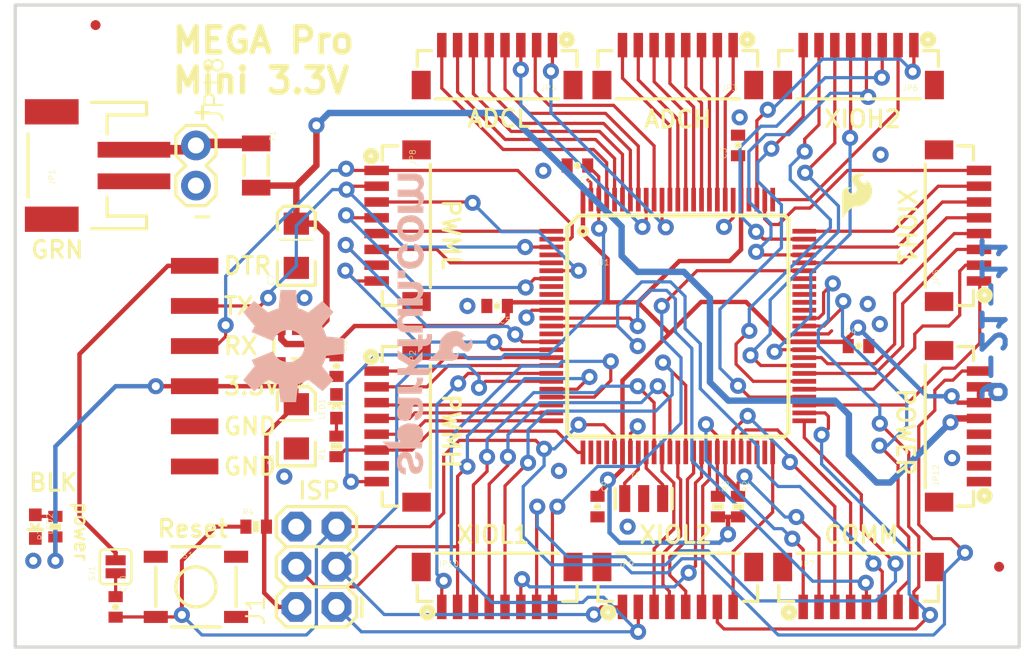
<source format=kicad_pcb>
(kicad_pcb (version 20211014) (generator pcbnew)
  (layers (0 "F.Cu" signal) (31 "B.Cu" signal) (34 "B.Paste" user) (35 "F.Paste" user) (36 "B.SilkS" user "B.Silkscreen") (37 "F.SilkS" user "F.Silkscreen") (38 "B.Mask" user) (39 "F.Mask" user) (44 "Edge.Cuts" user))
  (net 0 "")
  (net 1 "GND")
  (net 2 "N$2")
  (net 3 "SDA")
  (net 4 "SCL")
  (net 5 "RESET")
  (net 6 "N$5")
  (net 7 "PE0")
  (net 8 "PE1")
  (net 9 "PB7")
  (net 10 "PB6")
  (net 11 "PB5")
  (net 12 "PB4")
  (net 13 "PB3")
  (net 14 "PB2")
  (net 15 "PB1")
  (net 16 "PB0")
  (net 17 "PH6")
  (net 18 "PH5")
  (net 19 "AREF")
  (net 20 "PC7")
  (net 21 "PC6")
  (net 22 "PC5")
  (net 23 "PC4")
  (net 24 "PC3")
  (net 25 "PC2")
  (net 26 "PC1")
  (net 27 "PC0")
  (net 28 "TXD1")
  (net 29 "RXD1")
  (net 30 "PE3")
  (net 31 "PE4")
  (net 32 "PE5")
  (net 33 "ADC7")
  (net 34 "ADC6")
  (net 35 "ADC5")
  (net 36 "ADC4")
  (net 37 "ADC3")
  (net 38 "ADC2")
  (net 39 "ADC1")
  (net 40 "ADC0")
  (net 41 "PG5")
  (net 42 "PG2")
  (net 43 "PG1")
  (net 44 "PG0")
  (net 45 "RXD2")
  (net 46 "TXD2")
  (net 47 "PH3")
  (net 48 "PH4")
  (net 49 "RXD3")
  (net 50 "TXD3")
  (net 51 "ADC8")
  (net 52 "ADC9")
  (net 53 "ADC10")
  (net 54 "ADC11")
  (net 55 "ADC12")
  (net 56 "ADC13")
  (net 57 "ADC14")
  (net 58 "ADC15")
  (net 59 "PL0")
  (net 60 "PL1")
  (net 61 "PL3")
  (net 62 "PL4")
  (net 63 "PL5")
  (net 64 "PL6")
  (net 65 "PL7")
  (net 66 "PA0")
  (net 67 "PA1")
  (net 68 "PA2")
  (net 69 "PA3")
  (net 70 "PA4")
  (net 71 "PA5")
  (net 72 "PA6")
  (net 73 "PA7")
  (net 74 "PL2")
  (net 75 "VIN")
  (net 76 "N$1")
  (net 77 "PD7")
  (net 78 "N$6")
  (net 79 "N$4")
  (net 80 "DTR")
  (net 81 "N$7")
  (net 82 "3.3V")
  (footprint "boardEagle:0402-CAP" (layer "F.Cu") (at 153.5811 116.4336 -90)
    (fp_text reference "C9")
    (fp_text value "0.1uF")
  )
  (footprint "boardEagle:BM08B-SRSS-TB" (layer "F.Cu") (at 147.2311 87.2236 180)
    (fp_text reference "JP4")
    (fp_text value "ADCL")
  )
  (footprint "boardEagle:0402-CAP" (layer "F.Cu") (at 152.3111 94.8436 180)
    (fp_text reference "C2")
    (fp_text value "0.1uF")
  )
  (footprint "boardEagle:0402-CAP" (layer "F.Cu") (at 123.1011 122.7836 -90)
    (fp_text reference "C10")
    (fp_text value "0.1uF")
  )
  (footprint "boardEagle:0402-CAP" (layer "F.Cu") (at 162.4711 93.5736 90)
    (fp_text reference "C3")
    (fp_text value "0.1uF")
  )
  (footprint "boardEagle:TACTILE_SWITCH_SMD" (layer "F.Cu") (at 128.1811 121.5136)
    (fp_text reference "S1")
    (fp_text value "SWITCH-MOMENTARY-2SMD")
  )
  (footprint "boardEagle:0402-RES" (layer "F.Cu") (at 137.0711 112.6236 90)
    (fp_text reference "R1")
    (fp_text value "1k")
  )
  (footprint "boardEagle:1X06-SMD" (layer "F.Cu") (at 123.1011 107.5436 -90)
    (fp_text reference "JP19" hide)
    (fp_text value "FTDI" hide)
  )
  (footprint "boardEagle:BM08B-SRSS-TB" (layer "F.Cu") (at 158.6611 87.2236 180)
    (fp_text reference "JP3")
    (fp_text value "ADCH")
  )
  (footprint "boardEagle:TQFP100" (layer "F.Cu") (at 158.6611 105.0036)
    (fp_text reference "U1")
    (fp_text value "ATMEGA2560AU")
  )
  (footprint "boardEagle:BM08B-SRSS-TB" (layer "F.Cu") (at 177.7111 98.6536 90)
    (fp_text reference "JP5")
    (fp_text value "XIOH1")
  )
  (footprint "boardEagle:SFE-LOGO-FLAME" (layer "F.Cu") (at 169.0751 98.1456)
    (fp_text reference "JP17" hide)
    (fp_text value "LOGO-SFESK" hide)
  )
  (footprint "boardEagle:0402-RES" (layer "F.Cu") (at 161.2011 116.4336 -90)
    (fp_text reference "R3")
    (fp_text value "10k")
  )
  (footprint "boardEagle:BM08B-SRSS-TB" (layer "F.Cu") (at 147.2311 122.7836)
    (fp_text reference "JP10")
    (fp_text value "XIOL1")
  )
  (footprint "boardEagle:2X3" (layer "F.Cu") (at 137.0711 122.7836 90)
    (fp_text reference "J1")
    (fp_text value "ISP")
  )
  (footprint "boardEagle:1X02" (layer "F.Cu") (at 128.1811 93.5736 -90)
    (fp_text reference "JP18")
    (fp_text value "RAW")
  )
  (footprint "boardEagle:BM08B-SRSS-TB" (layer "F.Cu") (at 139.6111 111.3536 -90)
    (fp_text reference "JP2")
    (fp_text value "PWMH")
  )
  (footprint "boardEagle:RESONATOR-SMD" (layer "F.Cu") (at 156.5021 115.9256)
    (fp_text reference "Y1")
    (fp_text value "RESONATORSMD")
  )
  (footprint "boardEagle:STAND-OFF" (layer "F.Cu") (at 119.2911 122.7836)
    (fp_text reference "JP11" hide)
    (fp_text value "STAND-OFF" hide)
  )
  (footprint "boardEagle:BM08B-SRSS-TB" (layer "F.Cu") (at 158.6611 122.7836)
    (fp_text reference "JP9")
    (fp_text value "XIOL2")
  )
  (footprint "boardEagle:BM08B-SRSS-TB" (layer "F.Cu") (at 170.0911 87.2236 180)
    (fp_text reference "JP6")
    (fp_text value "XIOH2")
  )
  (footprint "boardEagle:SJ_2S" (layer "F.Cu") (at 123.1011 120.2436 90)
    (fp_text reference "SJ1")
    (fp_text value "RESET-EN")
  )
  (footprint "boardEagle:0402-CAP" (layer "F.Cu") (at 147.2311 103.7336 180)
    (fp_text reference "C5")
    (fp_text value "0.1uF")
  )
  (footprint "boardEagle:LED-0603" (layer "F.Cu") (at 118.0211 117.7036 180)
    (fp_text reference "LED2")
    (fp_text value "green")
  )
  (footprint "boardEagle:STAND-OFF" (layer "F.Cu") (at 177.7111 87.2236)
    (fp_text reference "JP15" hide)
    (fp_text value "STAND-OFF" hide)
  )
  (footprint "boardEagle:EIA3216" (layer "F.Cu") (at 134.5311 99.9236 90)
    (fp_text reference "C7")
    (fp_text value "10uF")
  )
  (footprint "boardEagle:BM08B-SRSS-TB" (layer "F.Cu") (at 177.7111 111.3536 90)
    (fp_text reference "JP12")
    (fp_text value "POWER")
  )
  (footprint "boardEagle:JST-2-SMD" (layer "F.Cu") (at 120.5611 94.8436 90)
    (fp_text reference "JP1")
    (fp_text value "LiPo")
  )
  (footprint "boardEagle:STAND-OFF" (layer "F.Cu") (at 177.7111 122.7836)
    (fp_text reference "JP13" hide)
    (fp_text value "STAND-OFF" hide)
  )
  (footprint "boardEagle:PTC-1206" (layer "F.Cu") (at 131.9911 94.8436 -90)
    (fp_text reference "F1")
    (fp_text value "PTCSMD")
  )
  (footprint "boardEagle:EIA3216" (layer "F.Cu") (at 134.5311 111.3536 90)
    (fp_text reference "C8")
    (fp_text value "10uF")
  )
  (footprint "boardEagle:LED-0603" (layer "F.Cu") (at 137.0711 110.0836)
    (fp_text reference "LED1")
    (fp_text value "yellow")
  )
  (footprint "boardEagle:FIDUCIAL-1X2.5" (layer "F.Cu") (at 121.8311 85.9536)
    (fp_text reference "JP20" hide)
    (fp_text value "FIDUCIAL1X2.5" hide)
  )
  (footprint "boardEagle:FIDUCIAL-1X2.5" (layer "F.Cu") (at 178.9811 120.2436)
    (fp_text reference "JP21" hide)
    (fp_text value "FIDUCIAL1X2.5" hide)
  )
  (footprint "boardEagle:0402-RES" (layer "F.Cu") (at 119.2911 117.7036 90)
    (fp_text reference "R7")
    (fp_text value "1k")
  )
  (footprint "boardEagle:STAND-OFF" (layer "F.Cu") (at 119.2911 87.2236)
    (fp_text reference "JP14" hide)
    (fp_text value "STAND-OFF" hide)
  )
  (footprint "boardEagle:0402-CAP" (layer "F.Cu") (at 137.0711 107.5436 -90)
    (fp_text reference "C6")
    (fp_text value "0.1uF")
  )
  (footprint "boardEagle:0402-RES" (layer "F.Cu") (at 131.9911 117.7036)
    (fp_text reference "R4")
    (fp_text value "10k")
  )
  (footprint "boardEagle:SOT23-5" (layer "F.Cu") (at 134.5311 106.2736 180)
    (fp_text reference "U2")
    (fp_text value "V_REG_3.3V")
  )
  (footprint "boardEagle:BM08B-SRSS-TB" (layer "F.Cu") (at 139.6111 98.6536 -90)
    (fp_text reference "JP8")
    (fp_text value "PWML")
  )
  (footprint "boardEagle:0402-CAP" (layer "F.Cu") (at 170.0911 106.2736)
    (fp_text reference "C4")
    (fp_text value "0.1uF")
  )
  (footprint "boardEagle:0402-RES" (layer "F.Cu") (at 162.4711 116.4336 -90)
    (fp_text reference "R2")
    (fp_text value "10k")
  )
  (footprint "boardEagle:BM08B-SRSS-TB" (layer "F.Cu") (at 170.0911 122.7836)
    (fp_text reference "JP7")
    (fp_text value "COMM")
  )
  (footprint "boardEagle:OSHW-LOGO-L" (layer "B.Cu") (at 134.0231 106.2736 90)
    (fp_text reference "U$9" hide)
    (fp_text value "OSHW-LOGOL" hide)
  )
  (footprint "boardEagle:SFE-NEW-WEBLOGO" (layer "B.Cu") (at 139.9921 114.4016 90)
    (fp_text reference "JP16" hide)
    (fp_text value "LOGO-SFENEW" hide)
  )
  (gr_line (start 180.2511 84.6836) (end 116.7511 84.6836) (layer "Edge.Cuts") (width 0.2032))
  (gr_line (start 180.2511 125.3236) (end 180.2511 84.6836) (layer "Edge.Cuts") (width 0.2032))
  (gr_line (start 116.7511 125.3236) (end 180.2511 125.3236) (layer "Edge.Cuts") (width 0.2032))
  (gr_line (start 116.7511 84.6836) (end 116.7511 125.3236) (layer "Edge.Cuts") (width 0.2032))
  (gr_text "9-21-11" (at 177.7111 110.0836 -90) (layer "B.Cu") (effects (font (size 1.45796 1.45796) (thickness 0.32004)) (justify left bottom mirror)))
  (gr_text "DTR" (at 129.8321 101.8286) (layer "F.SilkS") (effects (font (size 1.0795 1.0795) (thickness 0.1905)) (justify left bottom)))
  (gr_text "COMM" (at 167.8051 118.8466) (layer "F.SilkS") (effects (font (size 1.0795 1.0795) (thickness 0.1905)) (justify left bottom)))
  (gr_text "GND" (at 129.8321 111.9886) (layer "F.SilkS") (effects (font (size 1.0795 1.0795) (thickness 0.1905)) (justify left bottom)))
  (gr_text "ISP" (at 134.5311 116.0526) (layer "F.SilkS") (effects (font (size 1.0795 1.0795) (thickness 0.1905)) (justify left bottom)))
  (gr_text "XIOH1" (at 172.5041 96.1898 270) (layer "F.SilkS") (effects (font (size 1.0795 1.0795) (thickness 0.1905)) (justify left bottom)))
  (gr_text "XIOH2" (at 167.8051 92.5322) (layer "F.SilkS") (effects (font (size 1.0795 1.0795) (thickness 0.1905)) (justify left bottom)))
  (gr_text "BLK" (at 117.5131 115.5446) (layer "F.SilkS") (effects (font (size 1.0795 1.0795) (thickness 0.1905)) (justify left bottom)))
  (gr_text "ADCL" (at 145.2499 92.5068) (layer "F.SilkS") (effects (font (size 1.0795 1.0795) (thickness 0.1905)) (justify left bottom)))
  (gr_text "Mini 3.3V" (at 126.5301 90.3986) (layer "F.SilkS") (effects (font (size 1.582928 1.582928) (thickness 0.347472)) (justify left bottom)))
  (gr_text "XIOL1" (at 144.5641 118.8466) (layer "F.SilkS") (effects (font (size 1.0795 1.0795) (thickness 0.1905)) (justify left bottom)))
  (gr_text "power" (at 120.4341 116.0526 270) (layer "F.SilkS") (effects (font (size 0.8636 0.8636) (thickness 0.1524)) (justify left bottom)))
  (gr_text "PWMH" (at 143.6751 109.1946 270) (layer "F.SilkS") (effects (font (size 1.0795 1.0795) (thickness 0.1905)) (justify left bottom)))
  (gr_text "XIOL2" (at 156.1211 118.8466) (layer "F.SilkS") (effects (font (size 1.0795 1.0795) (thickness 0.1905)) (justify left bottom)))
  (gr_text "Reset" (at 125.6411 118.4656) (layer "F.SilkS") (effects (font (size 1.0795 1.0795) (thickness 0.1905)) (justify left bottom)))
  (gr_text "MEGA Pro" (at 126.5301 87.8586) (layer "F.SilkS") (effects (font (size 1.582928 1.582928) (thickness 0.347472)) (justify left bottom)))
  (gr_text "ADCH" (at 156.4259 92.5576) (layer "F.SilkS") (effects (font (size 1.0795 1.0795) (thickness 0.1905)) (justify left bottom)))
  (gr_text "POWER" (at 172.4279 108.839 270) (layer "F.SilkS") (effects (font (size 1.0795 1.0795) (thickness 0.1905)) (justify left bottom)))
  (gr_text "GND" (at 129.8321 114.5286) (layer "F.SilkS") (effects (font (size 1.0795 1.0795) (thickness 0.1905)) (justify left bottom)))
  (gr_text "-" (at 127.8001 98.6536) (layer "F.SilkS") (effects (font (size 1.0795 1.0795) (thickness 0.1905)) (justify left bottom)))
  (gr_text "GRN" (at 117.6401 100.8126) (layer "F.SilkS") (effects (font (size 1.0795 1.0795) (thickness 0.1905)) (justify left bottom)))
  (gr_text "PWML" (at 143.6751 96.8756 270) (layer "F.SilkS") (effects (font (size 1.0795 1.0795) (thickness 0.1905)) (justify left bottom)))
  (gr_text "3.3V" (at 129.8321 109.4486) (layer "F.SilkS") (effects (font (size 1.0795 1.0795) (thickness 0.1905)) (justify left bottom)))
  (gr_text "+" (at 127.8001 92.0496) (layer "F.SilkS") (effects (font (size 1.0795 1.0795) (thickness 0.1905)) (justify left bottom)))
  (gr_text "TX" (at 129.8321 104.3686) (layer "F.SilkS") (effects (font (size 1.0795 1.0795) (thickness 0.1905)) (justify left bottom)))
  (gr_text "RX" (at 129.8321 106.9086) (layer "F.SilkS") (effects (font (size 1.0795 1.0795) (thickness 0.1905)) (justify left bottom)))
  (segment (start 162.1611 98.1508) (end 162.1611 97.0036) (width 0.2032) (layer "F.Cu") (net 1))
  (segment (start 149.4249 104.0036) (end 150.6611 104.0036) (width 0.2032) (layer "F.Cu") (net 1))
  (segment (start 153.1611 95.9476) (end 152.9715 95.758) (width 0.2032) (layer "F.Cu") (net 1))
  (segment (start 155.6611 113.0036) (end 155.6611 111.8136) (width 0.2032) (layer "F.Cu") (net 1))
  (segment (start 153.1611 97.0036) (end 153.1611 95.9476) (width 0.2032) (layer "F.Cu") (net 1))
  (segment (start 161.5821 98.7298) (end 162.1611 98.1508) (width 0.2032) (layer "F.Cu") (net 1))
  (segment (start 155.6611 111.8136) (end 156.1211 111.3536) (width 0.2032) (layer "F.Cu") (net 1))
  (segment (start 149.1869 104.2416) (end 149.4249 104.0036) (width 0.2032) (layer "F.Cu") (net 1))
  (segment (start 166.6611 105.5036) (end 168.1941 105.5036) (width 0.2032) (layer "F.Cu") (net 1))
  (segment (start 168.1941 105.5036) (end 168.3893 105.3084) (width 0.2032) (layer "F.Cu") (net 1))
  (via (at 176.0093 113.3602) (size 1.016) (drill 0.508) (layers "F.Cu" "B.Cu") (net 1))
  (via (at 135.0391 103.2256) (size 1.016) (drill 0.508) (layers "F.Cu" "B.Cu") (net 1))
  (via (at 151.1427 114.173) (size 1.016) (drill 0.508) (layers "F.Cu" "B.Cu") (net 1))
  (via (at 162.5727 91.7956) (size 1.016) (drill 0.508) (layers "F.Cu" "B.Cu") (net 1))
  (via (at 171.4373 104.8766) (size 1.016) (drill 0.508) (layers "F.Cu" "B.Cu") (net 1))
  (via (at 156.1211 111.3536) (size 1.016) (drill 0.508) (layers "F.Cu" "B.Cu") (net 1))
  (via (at 150.1521 95.1738) (size 1.016) (drill 0.508) (layers "F.Cu" "B.Cu") (net 1))
  (via (at 170.6753 103.6066) (size 1.016) (drill 0.508) (layers "F.Cu" "B.Cu") (net 1))
  (via (at 155.4861 117.7036) (size 1.016) (drill 0.508) (layers "F.Cu" "B.Cu") (net 1))
  (via (at 133.7691 114.5286) (size 1.016) (drill 0.508) (layers "F.Cu" "B.Cu") (net 1))
  (via (at 149.0853 104.4702) (size 1.016) (drill 0.508) (layers "F.Cu" "B.Cu") (net 1))
  (via (at 161.5821 98.7298) (size 1.016) (drill 0.508) (layers "F.Cu" "B.Cu") (net 1))
  (via (at 145.3515 103.7336) (size 1.016) (drill 0.508) (layers "F.Cu" "B.Cu") (net 1))
  (via (at 117.8941 119.8626) (size 1.016) (drill 0.508) (layers "F.Cu" "B.Cu") (net 1))
  (via (at 171.4881 94.1578) (size 1.016) (drill 0.508) (layers "F.Cu" "B.Cu") (net 1))
  (segment (start 137.0711 110.8336) (end 137.0711 111.9736) (width 0.2032) (layer "F.Cu") (net 2))
  (segment (start 167.5911 122.7836) (end 167.5911 118.4294) (width 0.2032) (layer "F.Cu") (net 3))
  (segment (start 162.4711 114.935) (end 162.4711 115.2652) (width 0.2032) (layer "F.Cu") (net 3))
  (segment (start 167.5911 118.4294) (end 166.3065 117.1448) (width 0.2032) (layer "F.Cu") (net 3))
  (segment (start 162.4711 115.2652) (end 162.4711 115.7836) (width 0.2032) (layer "F.Cu") (net 3))
  (segment (start 166.3065 117.1448) (end 166.2049 117.1448) (width 0.2032) (layer "F.Cu") (net 3))
  (segment (start 162.4711 115.2652) (end 161.6611 114.4552) (width 0.2032) (layer "F.Cu") (net 3))
  (segment (start 161.6611 114.4552) (end 161.6611 113.0036) (width 0.2032) (layer "F.Cu") (net 3))
  (segment (start 166.2049 117.1448) (end 166.1541 117.094) (width 0.2032) (layer "F.Cu") (net 3))
  (segment (start 162.8775 114.5286) (end 162.4711 114.935) (width 0.2032) (layer "F.Cu") (net 3))
  (via (at 166.1541 117.094) (size 1.016) (drill 0.508) (layers "F.Cu" "B.Cu") (net 3))
  (via (at 162.8775 114.5286) (size 1.016) (drill 0.508) (layers "F.Cu" "B.Cu") (net 3))
  (segment (start 166.1541 117.094) (end 165.4429 117.094) (width 0.2032) (layer "B.Cu") (net 3))
  (segment (start 165.4429 117.094) (end 162.8775 114.5286) (width 0.2032) (layer "B.Cu") (net 3))
  (segment (start 166.5911 119.1566) (end 165.9001 118.4656) (width 0.2032) (layer "F.Cu") (net 4))
  (segment (start 161.1611 115.7436) (end 161.2011 115.7836) (width 0.2032) (layer "F.Cu") (net 4))
  (segment (start 166.5911 122.7836) (end 166.5911 119.1566) (width 0.2032) (layer "F.Cu") (net 4))
  (segment (start 161.1611 113.0036) (end 161.1611 115.7436) (width 0.2032) (layer "F.Cu") (net 4))
  (segment (start 160.4391 111.2266) (end 161.1611 111.9486) (width 0.2032) (layer "F.Cu") (net 4))
  (segment (start 161.1611 111.9486) (end 161.1611 113.0036) (width 0.2032) (layer "F.Cu") (net 4))
  (via (at 165.9001 118.4656) (size 1.016) (drill 0.508) (layers "F.Cu" "B.Cu") (net 4))
  (via (at 160.4391 111.2266) (size 1.016) (drill 0.508) (layers "F.Cu" "B.Cu") (net 4))
  (segment (start 165.2651 117.8306) (end 164.7571 117.8306) (width 0.2032) (layer "B.Cu") (net 4))
  (segment (start 165.9001 118.4656) (end 165.2651 117.8306) (width 0.2032) (layer "B.Cu") (net 4))
  (segment (start 160.4391 113.5126) (end 160.4391 111.2266) (width 0.2032) (layer "B.Cu") (net 4))
  (segment (start 164.7571 117.8306) (end 160.4391 113.5126) (width 0.2032) (layer "B.Cu") (net 4))
  (segment (start 176.8221 119.3546) (end 175.9331 118.4656) (width 0.2032) (layer "F.Cu") (net 5))
  (segment (start 176.6391 107.8536) (end 177.7111 107.8536) (width 0.2032) (layer "F.Cu") (net 5))
  (segment (start 142.9893 117.7036) (end 143.8529 116.84) (width 0.2032) (layer "F.Cu") (net 5))
  (segment (start 174.9171 109.0676) (end 175.5521 108.4326) (width 0.2032) (layer "F.Cu") (net 5))
  (segment (start 153.9875 111.252) (end 154.6611 111.9256) (width 0.2032) (layer "F.Cu") (net 5))
  (segment (start 154.6611 111.9256) (end 154.6611 113.0036) (width 0.2032) (layer "F.Cu") (net 5))
  (segment (start 175.5521 108.4326) (end 176.0601 108.4326) (width 0.2032) (layer "F.Cu") (net 5))
  (segment (start 144.6403 112.4458) (end 144.8435 112.2426) (width 0.2032) (layer "F.Cu") (net 5))
  (segment (start 127.2921 123.2916) (end 127.2921 119.8626) (width 0.254) (layer "F.Cu") (net 5))
  (segment (start 137.0711 117.7036) (end 142.9893 117.7036) (width 0.2032) (layer "F.Cu") (net 5))
  (segment (start 173.9011 111.3536) (end 174.9171 110.3376) (width 0.2032) (layer "F.Cu") (net 5))
  (segment (start 150.2029 112.776) (end 149.8727 112.4458) (width 0.2032) (layer "F.Cu") (net 5))
  (segment (start 173.9011 117.5766) (end 173.9011 111.3536) (width 0.2032) (layer "F.Cu") (net 5))
  (segment (start 125.6411 123.4186) (end 127.1651 123.4186) (width 0.2032) (layer "F.Cu") (net 5))
  (segment (start 143.8529 113.2078) (end 144.6149 112.4458) (width 0.2032) (layer "F.Cu") (net 5))
  (segment (start 127.2921 119.8626) (end 129.4511 117.7036) (width 0.254) (layer "F.Cu") (net 5))
  (segment (start 144.6149 112.4458) (end 144.6403 112.4458) (width 0.2032) (layer "F.Cu") (net 5))
  (segment (start 176.0601 108.4326) (end 176.6391 107.8536) (width 0.2032) (layer "F.Cu") (net 5))
  (segment (start 174.7901 118.4656) (end 173.9011 117.5766) (width 0.2032) (layer "F.Cu") (net 5))
  (segment (start 149.6695 112.2426) (end 150.2029 112.776) (width 0.2032) (layer "F.Cu") (net 5))
  (segment (start 144.8435 112.2426) (end 149.6695 112.2426) (width 0.2032) (layer "F.Cu") (net 5))
  (segment (start 143.8529 116.84) (end 143.8529 113.2078) (width 0.2032) (layer "F.Cu") (net 5))
  (segment (start 152.3873 111.252) (end 153.9875 111.252) (width 0.2032) (layer "F.Cu") (net 5))
  (segment (start 175.9331 118.4656) (end 174.7901 118.4656) (width 0.2032) (layer "F.Cu") (net 5))
  (segment (start 123.1011 123.4336) (end 123.1161 123.4186) (width 0.2032) (layer "F.Cu") (net 5))
  (segment (start 123.1161 123.4186) (end 125.6411 123.4186) (width 0.2032) (layer "F.Cu") (net 5))
  (segment (start 129.4511 117.7036) (end 131.3411 117.7036) (width 0.254) (layer "F.Cu") (net 5))
  (segment (start 174.9171 110.3376) (end 174.9171 109.0676) (width 0.2032) (layer "F.Cu") (net 5))
  (segment (start 127.1651 123.4186) (end 127.2921 123.2916) (width 0.2032) (layer "F.Cu") (net 5))
  (via (at 127.2921 123.2916) (size 1.016) (drill 0.508) (layers "F.Cu" "B.Cu") (net 5))
  (via (at 152.3873 111.252) (size 1.016) (drill 0.508) (layers "F.Cu" "B.Cu") (net 5))
  (via (at 176.8221 119.3546) (size 1.016) (drill 0.508) (layers "F.Cu" "B.Cu") (net 5))
  (via (at 150.2029 112.776) (size 1.016) (drill 0.508) (layers "F.Cu" "B.Cu") (net 5))
  (segment (start 175.5267 120.65) (end 176.8221 119.3546) (width 0.2032) (layer "B.Cu") (net 5))
  (segment (start 155.7401 120.6246) (end 158.0261 120.6246) (width 0.2032) (layer "B.Cu") (net 5))
  (segment (start 127.2921 123.2916) (end 128.5621 124.5616) (width 0.2032) (layer "B.Cu") (net 5))
  (segment (start 160.1851 119.7356) (end 165.0111 124.5616) (width 0.2032) (layer "B.Cu") (net 5))
  (segment (start 155.2321 120.1166) (end 155.7401 120.6246) (width 0.2032) (layer "B.Cu") (net 5))
  (segment (start 150.6601 120.1166) (end 155.2321 120.1166) (width 0.2032) (layer "B.Cu") (net 5))
  (segment (start 150.2029 112.776) (end 150.8633 112.776) (width 0.2032) (layer "B.Cu") (net 5))
  (segment (start 158.9151 119.7356) (end 160.1851 119.7356) (width 0.2032) (layer "B.Cu") (net 5))
  (segment (start 165.0111 124.5616) (end 174.8409 124.5616) (width 0.2032) (layer "B.Cu") (net 5))
  (segment (start 135.1661 124.5616) (end 135.8011 123.9266) (width 0.2032) (layer "B.Cu") (net 5))
  (segment (start 150.2029 112.776) (end 150.2029 113.8428) (width 0.2032) (layer "B.Cu") (net 5))
  (segment (start 150.2029 113.8428) (end 148.8821 115.1636) (width 0.2032) (layer "B.Cu") (net 5))
  (segment (start 148.8821 115.1636) (end 148.8821 118.3386) (width 0.2032) (layer "B.Cu") (net 5))
  (segment (start 150.8633 112.776) (end 152.3873 111.252) (width 0.2032) (layer "B.Cu") (net 5))
  (segment (start 175.5267 123.8758) (end 175.5267 120.65) (width 0.2032) (layer "B.Cu") (net 5))
  (segment (start 174.8409 124.5616) (end 175.5267 123.8758) (width 0.2032) (layer "B.Cu") (net 5))
  (segment (start 158.0261 120.6246) (end 158.9151 119.7356) (width 0.2032) (layer "B.Cu") (net 5))
  (segment (start 135.8011 123.9266) (end 135.8011 118.9736) (width 0.2032) (layer "B.Cu") (net 5))
  (segment (start 148.8821 118.3386) (end 150.6601 120.1166) (width 0.2032) (layer "B.Cu") (net 5))
  (segment (start 135.8011 118.9736) (end 137.0711 117.7036) (width 0.2032) (layer "B.Cu") (net 5))
  (segment (start 128.5621 124.5616) (end 135.1661 124.5616) (width 0.2032) (layer "B.Cu") (net 5))
  (segment (start 157.7021 115.0428) (end 156.6611 114.0018) (width 0.2032) (layer "F.Cu") (net 6))
  (segment (start 156.6611 114.0018) (end 156.6611 113.0036) (width 0.2032) (layer "F.Cu") (net 6))
  (segment (start 157.7021 115.9256) (end 157.7021 115.0428) (width 0.2032) (layer "F.Cu") (net 6))
  (segment (start 151.8421 99.5036) (end 150.6611 99.5036) (width 0.2032) (layer "F.Cu") (net 7))
  (segment (start 137.7875 95.1536) (end 139.6111 95.1536) (width 0.2032) (layer "F.Cu") (net 7))
  (segment (start 129.4511 106.2736) (end 130.0607 105.664) (width 0.2032) (layer "F.Cu") (net 7))
  (segment (start 137.6807 95.0468) (end 137.7875 95.1536) (width 0.2032) (layer "F.Cu") (net 7))
  (segment (start 151.9809 99.3648) (end 151.8421 99.5036) (width 0.2032) (layer "F.Cu") (net 7))
  (segment (start 130.0607 105.664) (end 130.0607 104.9528) (width 0.2032) (layer "F.Cu") (net 7))
  (segment (start 148.5317 95.1536) (end 151.9809 98.6028) (width 0.2032) (layer "F.Cu") (net 7))
  (segment (start 128.1011 106.2736) (end 129.4511 106.2736) (width 0.2032) (layer "F.Cu") (net 7))
  (segment (start 139.6111 95.1536) (end 148.5317 95.1536) (width 0.2032) (layer "F.Cu") (net 7))
  (segment (start 151.9809 98.6028) (end 151.9809 99.3648) (width 0.2032) (layer "F.Cu") (net 7))
  (via (at 137.6807 95.0468) (size 1.016) (drill 0.508) (layers "F.Cu" "B.Cu") (net 7))
  (via (at 130.0607 104.9528) (size 1.016) (drill 0.508) (layers "F.Cu" "B.Cu") (net 7))
  (segment (start 137.5739 95.1536) (end 137.6807 95.0468) (width 0.2032) (layer "B.Cu") (net 7))
  (segment (start 136.7611 95.1536) (end 137.5739 95.1536) (width 0.2032) (layer "B.Cu") (net 7))
  (segment (start 133.2611 98.6536) (end 136.7611 95.1536) (width 0.2032) (layer "B.Cu") (net 7))
  (segment (start 130.0607 104.9528) (end 130.0607 104.394) (width 0.2032) (layer "B.Cu") (net 7))
  (segment (start 130.0607 104.394) (end 130.0607 101.854) (width 0.2032) (layer "B.Cu") (net 7))
  (segment (start 130.0607 101.854) (end 133.2611 98.6536) (width 0.2032) (layer "B.Cu") (net 7))
  (segment (start 137.9201 96.1536) (end 139.6111 96.1536) (width 0.2032) (layer "F.Cu") (net 8))
  (segment (start 132.2451 103.7336) (end 132.7531 103.2256) (width 0.2032) (layer "F.Cu") (net 8))
  (segment (start 137.7061 96.3676) (end 137.9201 96.1536) (width 0.2032) (layer "F.Cu") (net 8))
  (segment (start 129.4511 103.7336) (end 132.2451 103.7336) (width 0.2032) (layer "F.Cu") (net 8))
  (segment (start 128.1011 103.7336) (end 129.4511 103.7336) (width 0.2032) (layer "F.Cu") (net 8))
  (segment (start 149.0053 100.0036) (end 148.9837 100.0252) (width 0.2032) (layer "F.Cu") (net 8))
  (segment (start 149.0053 100.0036) (end 150.6611 100.0036) (width 0.2032) (layer "F.Cu") (net 8))
  (via (at 149.0053 100.0036) (size 1.016) (drill 0.508) (layers "F.Cu" "B.Cu") (net 8))
  (via (at 132.7531 103.2256) (size 1.016) (drill 0.508) (layers "F.Cu" "B.Cu") (net 8))
  (via (at 137.7061 96.3676) (size 1.016) (drill 0.508) (layers "F.Cu" "B.Cu") (net 8))
  (segment (start 134.5311 101.1936) (end 134.5311 98.6536) (width 0.2032) (layer "B.Cu") (net 8))
  (segment (start 137.7061 96.3676) (end 138.0363 96.3676) (width 0.2032) (layer "B.Cu") (net 8))
  (segment (start 132.7531 102.9716) (end 134.5311 101.1936) (width 0.2032) (layer "B.Cu") (net 8))
  (segment (start 132.7531 103.2256) (end 132.7531 102.9716) (width 0.2032) (layer "B.Cu") (net 8))
  (segment (start 141.3421 100.0036) (end 149.0053 100.0036) (width 0.2032) (layer "B.Cu") (net 8))
  (segment (start 137.7061 96.3676) (end 141.3421 100.0036) (width 0.2032) (layer "B.Cu") (net 8))
  (segment (start 136.8171 96.3676) (end 137.7061 96.3676) (width 0.2032) (layer "B.Cu") (net 8))
  (segment (start 134.5311 98.6536) (end 136.8171 96.3676) (width 0.2032) (layer "B.Cu") (net 8))
  (segment (start 150.9903 111.6584) (end 152.3355 113.0036) (width 0.2032) (layer "F.Cu") (net 9))
  (segment (start 137.1831 113.2736) (end 137.6031 112.8536) (width 0.2032) (layer "F.Cu") (net 9))
  (segment (start 137.0711 113.2736) (end 137.1831 113.2736) (width 0.2032) (layer "F.Cu") (net 9))
  (segment (start 137.6031 112.8536) (end 139.6111 112.8536) (width 0.2032) (layer "F.Cu") (net 9))
  (segment (start 139.6111 112.8536) (end 141.8449 112.8536) (width 0.2032) (layer "F.Cu") (net 9))
  (segment (start 141.8449 112.8536) (end 143.0401 111.6584) (width 0.2032) (layer "F.Cu") (net 9))
  (segment (start 152.3355 113.0036) (end 152.6611 113.0036) (width 0.2032) (layer "F.Cu") (net 9))
  (segment (start 143.0401 111.6584) (end 150.9903 111.6584) (width 0.2032) (layer "F.Cu") (net 9))
  (segment (start 139.6111 111.8536) (end 141.8289 111.8536) (width 0.2032) (layer "F.Cu") (net 10))
  (segment (start 141.8289 111.8536) (end 141.8971 111.7854) (width 0.2032) (layer "F.Cu") (net 10))
  (segment (start 142.6789 111.0036) (end 150.6611 111.0036) (width 0.2032) (layer "F.Cu") (net 10))
  (segment (start 142.24 111.4425) (end 142.6789 111.0036) (width 0.2032) (layer "F.Cu") (net 10))
  (segment (start 141.8971 111.7854) (end 142.24 111.4425) (width 0.2032) (layer "F.Cu") (net 10))
  (segment (start 139.6111 110.8536) (end 141.6859 110.8536) (width 0.2032) (layer "F.Cu") (net 11))
  (segment (start 141.6859 110.8536) (end 142.0359 110.5036) (width 0.2032) (layer "F.Cu") (net 11))
  (segment (start 142.0359 110.5036) (end 150.6611 110.5036) (width 0.2032) (layer "F.Cu") (net 11))
  (segment (start 139.7611 110.0036) (end 150.6611 110.0036) (width 0.2032) (layer "F.Cu") (net 12))
  (segment (start 139.6111 109.8536) (end 139.7611 110.0036) (width 0.2032) (layer "F.Cu") (net 12))
  (segment (start 156.1611 124.3438) (end 156.1611 122.7836) (width 0.2032) (layer "F.Cu") (net 13))
  (segment (start 156.1465 124.3584) (end 156.1611 124.3438) (width 0.2032) (layer "F.Cu") (net 13))
  (segment (start 154.4193 107.2388) (end 154.4193 108.458) (width 0.2032) (layer "F.Cu") (net 13))
  (segment (start 154.4193 108.458) (end 153.3737 109.5036) (width 0.2032) (layer "F.Cu") (net 13))
  (segment (start 153.3737 109.5036) (end 150.6611 109.5036) (width 0.2032) (layer "F.Cu") (net 13))
  (via (at 156.1465 124.3584) (size 1.016) (drill 0.508) (layers "F.Cu" "B.Cu") (net 13))
  (via (at 154.4193 107.2388) (size 1.016) (drill 0.508) (layers "F.Cu" "B.Cu") (net 13))
  (segment (start 152.6413 122.5042) (end 146.9009 122.5042) (width 0.2032) (layer "B.Cu") (net 13))
  (segment (start 138.6459 124.3584) (end 137.0711 122.7836) (width 0.2032) (layer "B.Cu") (net 13))
  (segment (start 146.9009 122.5042) (end 144.3355 119.9388) (width 0.2032) (layer "B.Cu") (net 13))
  (segment (start 151.0411 107.5436) (end 151.3459 107.2388) (width 0.2032) (layer "B.Cu") (net 13))
  (segment (start 153.9621 122.174) (end 152.9715 122.174) (width 0.2032) (layer "B.Cu") (net 13))
  (segment (start 152.9715 122.174) (end 152.6413 122.5042) (width 0.2032) (layer "B.Cu") (net 13))
  (segment (start 151.3459 107.2388) (end 154.4193 107.2388) (width 0.2032) (layer "B.Cu") (net 13))
  (segment (start 148.7551 107.5436) (end 151.0411 107.5436) (width 0.2032) (layer "B.Cu") (net 13))
  (segment (start 144.3355 119.9388) (end 144.3355 111.9632) (width 0.2032) (layer "B.Cu") (net 13))
  (segment (start 138.6459 124.3584) (end 156.1465 124.3584) (width 0.2032) (layer "B.Cu") (net 13))
  (segment (start 144.3355 111.9632) (end 148.7551 107.5436) (width 0.2032) (layer "B.Cu") (net 13))
  (segment (start 156.1465 124.3584) (end 153.9621 122.174) (width 0.2032) (layer "B.Cu") (net 13))
  (segment (start 152.2989 109.0036) (end 150.6611 109.0036) (width 0.2032) (layer "F.Cu") (net 14))
  (segment (start 144.7311 114.514) (end 145.3515 113.8936) (width 0.2032) (layer "F.Cu") (net 14))
  (segment (start 135.8011 121.5136) (end 134.5311 120.2436) (width 0.2032) (layer "F.Cu") (net 14))
  (segment (start 144.7311 118.9736) (end 144.7311 114.514) (width 0.2032) (layer "F.Cu") (net 14))
  (segment (start 144.7311 118.9736) (end 144.7311 122.7836) (width 0.2032) (layer "F.Cu") (net 14))
  (segment (start 135.8011 121.5136) (end 138.3411 121.5136) (width 0.2032) (layer "F.Cu") (net 14))
  (segment (start 140.8811 118.9736) (end 144.7311 118.9736) (width 0.2032) (layer "F.Cu") (net 14))
  (segment (start 153.0731 108.2294) (end 153.0731 108.2548) (width 0.2032) (layer "F.Cu") (net 14))
  (segment (start 138.3411 121.5136) (end 140.8811 118.9736) (width 0.2032) (layer "F.Cu") (net 14))
  (segment (start 153.0731 108.2294) (end 152.2989 109.0036) (width 0.2032) (layer "F.Cu") (net 14))
  (via (at 145.3515 113.8936) (size 1.016) (drill 0.508) (layers "F.Cu" "B.Cu") (net 14))
  (via (at 153.0731 108.2294) (size 1.016) (drill 0.508) (layers "F.Cu" "B.Cu") (net 14))
  (segment (start 145.3515 111.9632) (end 148.9837 108.331) (width 0.2032) (layer "B.Cu") (net 14))
  (segment (start 145.3515 113.8936) (end 145.3515 111.9632) (width 0.2032) (layer "B.Cu") (net 14))
  (segment (start 148.9837 108.331) (end 152.9715 108.331) (width 0.2032) (layer "B.Cu") (net 14))
  (segment (start 152.9715 108.331) (end 153.0731 108.2294) (width 0.2032) (layer "B.Cu") (net 14))
  (segment (start 146.4997 108.5036) (end 150.6611 108.5036) (width 0.2032) (layer "F.Cu") (net 15))
  (segment (start 153.8351 122.7836) (end 155.1611 122.7836) (width 0.2032) (layer "F.Cu") (net 15))
  (segment (start 146.0881 108.9152) (end 146.4997 108.5036) (width 0.2032) (layer "F.Cu") (net 15))
  (segment (start 153.3525 123.2662) (end 153.8351 122.7836) (width 0.2032) (layer "F.Cu") (net 15))
  (via (at 146.0881 108.9152) (size 1.016) (drill 0.508) (layers "F.Cu" "B.Cu") (net 15))
  (via (at 153.3525 123.2662) (size 1.016) (drill 0.508) (layers "F.Cu" "B.Cu") (net 15))
  (segment (start 137.0711 120.2436) (end 140.8811 116.4336) (width 0.2032) (layer "B.Cu") (net 15))
  (segment (start 146.0881 108.204) (end 146.0881 108.9152) (width 0.2032) (layer "B.Cu") (net 15))
  (segment (start 140.8811 116.4336) (end 140.8811 108.8136) (width 0.2032) (layer "B.Cu") (net 15))
  (segment (start 140.0937 123.2662) (end 137.0711 120.2436) (width 0.2032) (layer "B.Cu") (net 15))
  (segment (start 140.0937 123.2662) (end 153.3525 123.2662) (width 0.2032) (layer "B.Cu") (net 15))
  (segment (start 142.1511 107.5436) (end 145.4277 107.5436) (width 0.2032) (layer "B.Cu") (net 15))
  (segment (start 145.4277 107.5436) (end 146.0881 108.204) (width 0.2032) (layer "B.Cu") (net 15))
  (segment (start 140.8811 108.8136) (end 142.1511 107.5436) (width 0.2032) (layer "B.Cu") (net 15))
  (segment (start 144.7673 108.6358) (end 145.3995 108.0036) (width 0.2032) (layer "F.Cu") (net 16))
  (segment (start 143.7311 121.2544) (end 143.8529 121.1326) (width 0.2032) (layer "F.Cu") (net 16))
  (segment (start 145.3995 108.0036) (end 150.6611 108.0036) (width 0.2032) (layer "F.Cu") (net 16))
  (segment (start 143.7311 122.7836) (end 143.7311 121.2544) (width 0.2032) (layer "F.Cu") (net 16))
  (via (at 144.7673 108.6358) (size 1.016) (drill 0.508) (layers "F.Cu" "B.Cu") (net 16))
  (via (at 143.8529 121.1326) (size 1.016) (drill 0.508) (layers "F.Cu" "B.Cu") (net 16))
  (segment (start 143.8529 121.1326) (end 143.4211 120.7008) (width 0.2032) (layer "B.Cu") (net 16))
  (segment (start 143.4211 109.982) (end 144.7673 108.6358) (width 0.2032) (layer "B.Cu") (net 16))
  (segment (start 143.4211 120.7008) (end 143.4211 109.982) (width 0.2032) (layer "B.Cu") (net 16))
  (segment (start 139.6111 108.8536) (end 142.7969 108.8536) (width 0.2032) (layer "F.Cu") (net 17))
  (segment (start 142.7969 108.8536) (end 144.1469 107.5036) (width 0.2032) (layer "F.Cu") (net 17))
  (segment (start 144.1469 107.5036) (end 150.6611 107.5036) (width 0.2032) (layer "F.Cu") (net 17))
  (segment (start 139.6111 107.8536) (end 143.1111 107.8536) (width 0.2032) (layer "F.Cu") (net 18))
  (segment (start 143.9611 107.0036) (end 150.6611 107.0036) (width 0.2032) (layer "F.Cu") (net 18))
  (segment (start 143.1111 107.8536) (end 143.9611 107.0036) (width 0.2032) (layer "F.Cu") (net 18))
  (segment (start 153.6611 95.5436) (end 152.9611 94.8436) (width 0.2032) (layer "F.Cu") (net 19))
  (segment (start 137.9855 114.8588) (end 137.7367 114.8536) (width 0.2032) (layer "F.Cu") (net 19))
  (segment (start 153.6611 98.8098) (end 153.6611 97.0036) (width 0.2032) (layer "F.Cu") (net 19))
  (segment (start 153.6827 98.8314) (end 153.6611 98.8098) (width 0.2032) (layer "F.Cu") (net 19))
  (segment (start 137.7367 114.8536) (end 139.6111 114.8536) (width 0.2032) (layer "F.Cu") (net 19))
  (segment (start 153.6611 97.0036) (end 153.6611 95.5436) (width 0.2032) (layer "F.Cu") (net 19))
  (via (at 137.9855 114.8588) (size 1.016) (drill 0.508) (layers "F.Cu" "B.Cu") (net 19))
  (via (at 153.6827 98.8314) (size 1.016) (drill 0.508) (layers "F.Cu" "B.Cu") (net 19))
  (segment (start 153.9621 99.1616) (end 153.6827 98.8822) (width 0.2032) (layer "B.Cu") (net 19))
  (segment (start 153.6827 98.8822) (end 153.6827 98.8314) (width 0.2032) (layer "B.Cu") (net 19))
  (segment (start 137.7367 114.8536) (end 137.7367 108.656) (width 0.2032) (layer "B.Cu") (net 19))
  (segment (start 137.7367 108.656) (end 139.5603 106.8324) (width 0.2032) (layer "B.Cu") (net 19))
  (segment (start 147.7137 106.807) (end 150.5077 106.807) (width 0.2032) (layer "B.Cu") (net 19))
  (segment (start 145.1483 106.8324) (end 145.3769 107.061) (width 0.2032) (layer "B.Cu") (net 19))
  (segment (start 139.5603 106.8324) (end 145.1483 106.8324) (width 0.2032) (layer "B.Cu") (net 19))
  (segment (start 147.4597 107.061) (end 147.7137 106.807) (width 0.2032) (layer "B.Cu") (net 19))
  (segment (start 137.9855 114.8588) (end 137.7367 114.8536) (width 0.2032) (layer "B.Cu") (net 19))
  (segment (start 145.3769 107.061) (end 147.4597 107.061) (width 0.2032) (layer "B.Cu") (net 19))
  (segment (start 150.5077 106.807) (end 153.9621 103.3526) (width 0.2032) (layer "B.Cu") (net 19))
  (segment (start 153.9621 103.3526) (end 153.9621 99.1616) (width 0.2032) (layer "B.Cu") (net 19))
  (segment (start 169.5577 93.091) (end 169.5911 93.1846) (width 0.2032) (layer "F.Cu") (net 20))
  (segment (start 164.7825 106.6292) (end 164.9081 106.5036) (width 0.2032) (layer "F.Cu") (net 20))
  (segment (start 164.9081 106.5036) (end 166.6611 106.5036) (width 0.2032) (layer "F.Cu") (net 20))
  (segment (start 169.5911 93.1846) (end 169.5911 87.2236) (width 0.2032) (layer "F.Cu") (net 20))
  (via (at 164.7825 106.6292) (size 1.016) (drill 0.508) (layers "F.Cu" "B.Cu") (net 20))
  (via (at 169.5577 93.091) (size 1.016) (drill 0.508) (layers "F.Cu" "B.Cu") (net 20))
  (segment (start 167.0685 104.3432) (end 167.0685 101.6762) (width 0.2032) (layer "B.Cu") (net 20))
  (segment (start 167.0685 101.6762) (end 169.5577 99.187) (width 0.2032) (layer "B.Cu") (net 20))
  (segment (start 164.7825 106.6292) (end 167.0685 104.3432) (width 0.2032) (layer "B.Cu") (net 20))
  (segment (start 169.5577 99.187) (end 169.5577 93.091) (width 0.2032) (layer "B.Cu") (net 20))
  (segment (start 166.6611 107.0036) (end 167.7477 107.0036) (width 0.2032) (layer "F.Cu") (net 21))
  (segment (start 168.1353 107.3912) (end 171.1325 107.3912) (width 0.2032) (layer "F.Cu") (net 21))
  (segment (start 171.1325 107.3912) (end 172.3771 106.1466) (width 0.2032) (layer "F.Cu") (net 21))
  (segment (start 172.3771 106.1466) (end 172.3771 102.9208) (width 0.2032) (layer "F.Cu") (net 21))
  (segment (start 172.3771 102.9208) (end 176.1443 99.1536) (width 0.2032) (layer "F.Cu") (net 21))
  (segment (start 167.7477 107.0036) (end 168.1353 107.3912) (width 0.2032) (layer "F.Cu") (net 21))
  (segment (start 176.1443 99.1536) (end 177.7111 99.1536) (width 0.2032) (layer "F.Cu") (net 21))
  (segment (start 168.5911 93.4226) (end 168.5911 87.2236) (width 0.2032) (layer "F.Cu") (net 22))
  (segment (start 163.9043 107.5036) (end 166.6611 107.5036) (width 0.2032) (layer "F.Cu") (net 22))
  (segment (start 163.2585 106.8578) (end 163.9043 107.5036) (width 0.2032) (layer "F.Cu") (net 22))
  (segment (start 166.7129 95.3008) (end 168.5911 93.4226) (width 0.2032) (layer "F.Cu") (net 22))
  (via (at 166.7129 95.3008) (size 1.016) (drill 0.508) (layers "F.Cu" "B.Cu") (net 22))
  (via (at 163.2585 106.8578) (size 1.016) (drill 0.508) (layers "F.Cu" "B.Cu") (net 22))
  (segment (start 168.8211 97.409) (end 166.7129 95.3008) (width 0.2032) (layer "B.Cu") (net 22))
  (segment (start 168.8211 99.0346) (end 168.8211 97.409) (width 0.2032) (layer "B.Cu") (net 22))
  (segment (start 164.5031 105.5116) (end 164.5031 103.3526) (width 0.2032) (layer "B.Cu") (net 22))
  (segment (start 164.5031 103.3526) (end 168.8211 99.0346) (width 0.2032) (layer "B.Cu") (net 22))
  (segment (start 163.2585 106.8578) (end 163.2585 106.7562) (width 0.2032) (layer "B.Cu") (net 22))
  (segment (start 163.2585 106.7562) (end 164.5031 105.5116) (width 0.2032) (layer "B.Cu") (net 22))
  (segment (start 176.3127 100.1536) (end 177.7111 100.1536) (width 0.2032) (layer "F.Cu") (net 23))
  (segment (start 171.1579 108.0008) (end 172.8851 106.2736) (width 0.2032) (layer "F.Cu") (net 23))
  (segment (start 172.8851 103.5812) (end 176.3127 100.1536) (width 0.2032) (layer "F.Cu") (net 23))
  (segment (start 166.6611 108.0036) (end 166.6639 108.0008) (width 0.2032) (layer "F.Cu") (net 23))
  (segment (start 166.6639 108.0008) (end 171.1579 108.0008) (width 0.2032) (layer "F.Cu") (net 23))
  (segment (start 172.8851 106.2736) (end 172.8851 103.5812) (width 0.2032) (layer "F.Cu") (net 23))
  (segment (start 167.5911 92.2636) (end 167.5911 87.2236) (width 0.2032) (layer "F.Cu") (net 24))
  (segment (start 162.3441 106.1466) (end 163.1823 105.3084) (width 0.2032) (layer "F.Cu") (net 24))
  (segment (start 163.4311 108.5036) (end 166.6611 108.5036) (width 0.2032) (layer "F.Cu") (net 24))
  (segment (start 166.6875 93.9546) (end 166.6875 93.1672) (width 0.2032) (layer "F.Cu") (net 24))
  (segment (start 162.3441 106.1466) (end 162.3441 107.4166) (width 0.2032) (layer "F.Cu") (net 24))
  (segment (start 166.6875 93.1672) (end 167.5911 92.2636) (width 0.2032) (layer "F.Cu") (net 24))
  (segment (start 162.3441 107.4166) (end 163.4311 108.5036) (width 0.2032) (layer "F.Cu") (net 24))
  (via (at 163.1823 105.3084) (size 1.016) (drill 0.508) (layers "F.Cu" "B.Cu") (net 24))
  (via (at 166.6875 93.9546) (size 1.016) (drill 0.508) (layers "F.Cu" "B.Cu") (net 24))
  (segment (start 165.7731 94.869) (end 166.6875 93.9546) (width 0.2032) (layer "B.Cu") (net 24))
  (segment (start 168.3131 98.2726) (end 165.7731 95.7326) (width 0.2032) (layer "B.Cu") (net 24))
  (segment (start 168.3131 98.7806) (end 168.3131 98.2726) (width 0.2032) (layer "B.Cu") (net 24))
  (segment (start 163.1823 105.3084) (end 163.1823 103.9114) (width 0.2032) (layer "B.Cu") (net 24))
  (segment (start 163.1823 103.9114) (end 168.3131 98.7806) (width 0.2032) (layer "B.Cu") (net 24))
  (segment (start 165.7731 95.7326) (end 165.7731 94.869) (width 0.2032) (layer "B.Cu") (net 24))
  (segment (start 176.8621 101.1536) (end 177.7111 101.1536) (width 0.2032) (layer "F.Cu") (net 25))
  (segment (start 173.6471 105.5116) (end 174.1551 105.0036) (width 0.2032) (layer "F.Cu") (net 25))
  (segment (start 176.4919 104.3178) (end 176.4919 101.5238) (width 0.2032) (layer "F.Cu") (net 25))
  (segment (start 176.4919 101.5238) (end 176.8621 101.1536) (width 0.2032) (layer "F.Cu") (net 25))
  (segment (start 174.1551 105.0036) (end 175.8061 105.0036) (width 0.2032) (layer "F.Cu") (net 25))
  (segment (start 171.0441 109.0036) (end 173.6471 106.4006) (width 0.2032) (layer "F.Cu") (net 25))
  (segment (start 173.6471 106.4006) (end 173.6471 105.5116) (width 0.2032) (layer "F.Cu") (net 25))
  (segment (start 166.6611 109.0036) (end 171.0441 109.0036) (width 0.2032) (layer "F.Cu") (net 25))
  (segment (start 175.8061 105.0036) (end 176.4919 104.3178) (width 0.2032) (layer "F.Cu") (net 25))
  (segment (start 166.5911 91.765) (end 166.5911 87.2236) (width 0.2032) (layer "F.Cu") (net 26))
  (segment (start 162.4711 108.7882) (end 163.1865 109.5036) (width 0.2032) (layer "F.Cu") (net 26))
  (segment (start 163.1865 109.5036) (end 166.6611 109.5036) (width 0.2032) (layer "F.Cu") (net 26))
  (segment (start 164.5793 93.7768) (end 166.5911 91.765) (width 0.2032) (layer "F.Cu") (net 26))
  (via (at 162.4711 108.7882) (size 1.016) (drill 0.508) (layers "F.Cu" "B.Cu") (net 26))
  (via (at 164.5793 93.7768) (size 1.016) (drill 0.508) (layers "F.Cu" "B.Cu") (net 26))
  (segment (start 163.7157 94.6404) (end 164.5793 93.7768) (width 0.2032) (layer "B.Cu") (net 26))
  (segment (start 161.3281 107.6706) (end 161.3281 103.9368) (width 0.2032) (layer "B.Cu") (net 26))
  (segment (start 165.2143 100.0506) (end 165.2143 97.3328) (width 0.2032) (layer "B.Cu") (net 26))
  (segment (start 161.3281 107.6706) (end 162.4457 108.7882) (width 0.2032) (layer "B.Cu") (net 26))
  (segment (start 165.2143 97.3328) (end 163.7157 95.8342) (width 0.2032) (layer "B.Cu") (net 26))
  (segment (start 162.4457 108.7882) (end 162.4711 108.7882) (width 0.2032) (layer "B.Cu") (net 26))
  (segment (start 161.3281 103.9368) (end 165.2143 100.0506) (width 0.2032) (layer "B.Cu") (net 26))
  (segment (start 163.7157 95.8342) (end 163.7157 94.6404) (width 0.2032) (layer "B.Cu") (net 26))
  (segment (start 173.0921 110.0036) (end 175.4251 107.6706) (width 0.2032) (layer "F.Cu") (net 27))
  (segment (start 166.6611 110.0036) (end 173.0921 110.0036) (width 0.2032) (layer "F.Cu") (net 27))
  (segment (start 175.4251 107.6706) (end 176.1871 107.6706) (width 0.2032) (layer "F.Cu") (net 27))
  (segment (start 177.7619 102.2044) (end 177.7111 102.1536) (width 0.2032) (layer "F.Cu") (net 27))
  (segment (start 176.1871 107.6706) (end 177.7619 106.0958) (width 0.2032) (layer "F.Cu") (net 27))
  (segment (start 177.7619 106.0958) (end 177.7619 102.2044) (width 0.2032) (layer "F.Cu") (net 27))
  (segment (start 162.6611 111.8748) (end 162.6611 113.0036) (width 0.2032) (layer "F.Cu") (net 28))
  (segment (start 164.9603 111.5822) (end 162.9537 111.5822) (width 0.2032) (layer "F.Cu") (net 28))
  (segment (start 169.5911 116.213) (end 164.9603 111.5822) (width 0.2032) (layer "F.Cu") (net 28))
  (segment (start 169.5911 122.7836) (end 169.5911 116.213) (width 0.2032) (layer "F.Cu") (net 28))
  (segment (start 162.9537 111.5822) (end 162.6611 111.8748) (width 0.2032) (layer "F.Cu") (net 28))
  (segment (start 163.0807 110.6932) (end 162.1611 111.6128) (width 0.2032) (layer "F.Cu") (net 29))
  (segment (start 165.7731 113.6142) (end 165.7477 113.6142) (width 0.2032) (layer "F.Cu") (net 29))
  (segment (start 168.5911 122.7836) (end 168.5911 116.4322) (width 0.2032) (layer "F.Cu") (net 29))
  (segment (start 162.1611 111.6128) (end 162.1611 113.0036) (width 0.2032) (layer "F.Cu") (net 29))
  (segment (start 168.5911 116.4322) (end 165.7731 113.6142) (width 0.2032) (layer "F.Cu") (net 29))
  (via (at 163.0807 110.6932) (size 1.016) (drill 0.508) (layers "F.Cu" "B.Cu") (net 29))
  (via (at 165.7477 113.6142) (size 1.016) (drill 0.508) (layers "F.Cu" "B.Cu") (net 29))
  (segment (start 165.7477 113.6142) (end 165.7477 113.3348) (width 0.2032) (layer "B.Cu") (net 29))
  (segment (start 165.7477 113.3348) (end 163.0807 110.6932) (width 0.2032) (layer "B.Cu") (net 29))
  (segment (start 139.6111 100.1536) (end 143.4211 100.1536) (width 0.2032) (layer "F.Cu") (net 30))
  (segment (start 143.4211 100.1536) (end 144.2711 101.0036) (width 0.2032) (layer "F.Cu") (net 30))
  (segment (start 144.2711 101.0036) (end 150.6611 101.0036) (width 0.2032) (layer "F.Cu") (net 30))
  (segment (start 145.6295 97.1536) (end 145.6817 97.2058) (width 0.2032) (layer "F.Cu") (net 31))
  (segment (start 152.3821 101.5036) (end 150.6611 101.5036) (width 0.2032) (layer "F.Cu") (net 31))
  (segment (start 139.6111 97.1536) (end 145.6295 97.1536) (width 0.2032) (layer "F.Cu") (net 31))
  (segment (start 152.3873 101.4984) (end 152.3821 101.5036) (width 0.2032) (layer "F.Cu") (net 31))
  (via (at 152.3873 101.4984) (size 1.016) (drill 0.508) (layers "F.Cu" "B.Cu") (net 31))
  (via (at 145.6817 97.2058) (size 1.016) (drill 0.508) (layers "F.Cu" "B.Cu") (net 31))
  (segment (start 145.6817 97.2058) (end 147.5105 99.0346) (width 0.2032) (layer "B.Cu") (net 31))
  (segment (start 152.3365 101.4984) (end 152.3873 101.4984) (width 0.2032) (layer "B.Cu") (net 31))
  (segment (start 149.8727 99.0346) (end 152.3365 101.4984) (width 0.2032) (layer "B.Cu") (net 31))
  (segment (start 147.5105 99.0346) (end 149.8727 99.0346) (width 0.2032) (layer "B.Cu") (net 31))
  (segment (start 149.0345 102.5652) (end 149.5961 102.0036) (width 0.2032) (layer "F.Cu") (net 32))
  (segment (start 149.5961 102.0036) (end 150.6611 102.0036) (width 0.2032) (layer "F.Cu") (net 32))
  (segment (start 137.6807 97.9932) (end 137.8411 98.1536) (width 0.2032) (layer "F.Cu") (net 32))
  (segment (start 137.8411 98.1536) (end 139.6111 98.1536) (width 0.2032) (layer "F.Cu") (net 32))
  (via (at 137.6807 97.9932) (size 1.016) (drill 0.508) (layers "F.Cu" "B.Cu") (net 32))
  (via (at 149.0345 102.5652) (size 1.016) (drill 0.508) (layers "F.Cu" "B.Cu") (net 32))
  (segment (start 142.2527 102.5652) (end 149.0345 102.5652) (width 0.2032) (layer "B.Cu") (net 32))
  (segment (start 137.6807 97.9932) (end 142.2527 102.5652) (width 0.2032) (layer "B.Cu") (net 32))
  (segment (start 157.6611 98.5172) (end 157.6611 97.0036) (width 0.2032) (layer "F.Cu") (net 33))
  (segment (start 150.6347 88.8746) (end 150.7311 88.7782) (width 0.2032) (layer "F.Cu") (net 33))
  (segment (start 150.7311 88.7782) (end 150.7311 87.2236) (width 0.2032) (layer "F.Cu") (net 33))
  (segment (start 157.8991 98.7552) (end 157.6611 98.5172) (width 0.2032) (layer "F.Cu") (net 33))
  (via (at 157.8991 98.7552) (size 1.016) (drill 0.508) (layers "F.Cu" "B.Cu") (net 33))
  (via (at 150.6347 88.8746) (size 1.016) (drill 0.508) (layers "F.Cu" "B.Cu") (net 33))
  (segment (start 157.8991 98.7552) (end 150.6347 91.4908) (width 0.2032) (layer "B.Cu") (net 33))
  (segment (start 150.6347 91.4908) (end 150.6347 88.8746) (width 0.2032) (layer "B.Cu") (net 33))
  (segment (start 149.6441 87.3106) (end 149.7311 87.2236) (width 0.2032) (layer "F.Cu") (net 34))
  (segment (start 149.6441 90.1446) (end 150.5331 91.0336) (width 0.2032) (layer "F.Cu") (net 34))
  (segment (start 157.1611 93.5976) (end 157.1611 97.0036) (width 0.2032) (layer "F.Cu") (net 34))
  (segment (start 150.5331 91.0336) (end 154.5971 91.0336) (width 0.2032) (layer "F.Cu") (net 34))
  (segment (start 154.5971 91.0336) (end 157.1611 93.5976) (width 0.2032) (layer "F.Cu") (net 34))
  (segment (start 149.6441 90.1446) (end 149.6441 87.3106) (width 0.2032) (layer "F.Cu") (net 34))
  (segment (start 156.4259 98.7298) (end 156.6611 98.4946) (width 0.2032) (layer "F.Cu") (net 35))
  (segment (start 148.7311 88.7716) (end 148.7311 87.2236) (width 0.2032) (layer "F.Cu") (net 35))
  (segment (start 156.6611 98.4946) (end 156.6611 97.0036) (width 0.2032) (layer "F.Cu") (net 35))
  (segment (start 148.7311 88.7716) (end 148.6789 88.8238) (width 0.2032) (layer "F.Cu") (net 35))
  (via (at 156.4259 98.7298) (size 1.016) (drill 0.508) (layers "F.Cu" "B.Cu") (net 35))
  (via (at 148.7311 88.7716) (size 1.016) (drill 0.508) (layers "F.Cu" "B.Cu") (net 35))
  (segment (start 148.7311 91.035) (end 148.7311 88.7716) (width 0.2032) (layer "B.Cu") (net 35))
  (segment (start 156.4259 98.7298) (end 148.7311 91.035) (width 0.2032) (layer "B.Cu") (net 35))
  (segment (start 154.0891 91.5416) (end 156.1611 93.6136) (width 0.2032) (layer "F.Cu") (net 36))
  (segment (start 147.9931 90.2716) (end 149.2631 91.5416) (width 0.2032) (layer "F.Cu") (net 36))
  (segment (start 156.1611 93.6136) (end 156.1611 97.0036) (width 0.2032) (layer "F.Cu") (net 36))
  (segment (start 147.7391 90.0176) (end 147.9931 90.2716) (width 0.2032) (layer "F.Cu") (net 36))
  (segment (start 147.7311 90.0096) (end 147.7311 87.2236) (width 0.2032) (layer "F.Cu") (net 36))
  (segment (start 147.7391 90.0176) (end 147.7311 90.0096) (width 0.2032) (layer "F.Cu") (net 36))
  (segment (start 149.2631 91.5416) (end 154.0891 91.5416) (width 0.2032) (layer "F.Cu") (net 36))
  (segment (start 146.7231 90.1446) (end 146.7231 87.2316) (width 0.2032) (layer "F.Cu") (net 37))
  (segment (start 148.7551 92.1766) (end 153.9621 92.1766) (width 0.2032) (layer "F.Cu") (net 37))
  (segment (start 146.7231 90.1446) (end 148.7551 92.1766) (width 0.2032) (layer "F.Cu") (net 37))
  (segment (start 146.7231 87.2316) (end 146.7311 87.2236) (width 0.2032) (layer "F.Cu") (net 37))
  (segment (start 155.6611 93.8756) (end 155.6611 97.0036) (width 0.2032) (layer "F.Cu") (net 37))
  (segment (start 153.9621 92.1766) (end 155.6611 93.8756) (width 0.2032) (layer "F.Cu") (net 37))
  (segment (start 148.1201 92.6846) (end 153.7081 92.6846) (width 0.2032) (layer "F.Cu") (net 38))
  (segment (start 155.1611 94.1376) (end 155.1611 97.0036) (width 0.2032) (layer "F.Cu") (net 38))
  (segment (start 148.1201 92.6846) (end 145.7311 90.2956) (width 0.2032) (layer "F.Cu") (net 38))
  (segment (start 153.7081 92.6846) (end 155.1611 94.1376) (width 0.2032) (layer "F.Cu") (net 38))
  (segment (start 145.7311 90.2956) (end 145.7311 87.2236) (width 0.2032) (layer "F.Cu") (net 38))
  (segment (start 147.7391 93.1926) (end 153.4541 93.1926) (width 0.2032) (layer "F.Cu") (net 39))
  (segment (start 144.7311 90.1846) (end 144.7311 87.2236) (width 0.2032) (layer "F.Cu") (net 39))
  (segment (start 154.6611 94.3996) (end 154.6611 97.0036) (width 0.2032) (layer "F.Cu") (net 39))
  (segment (start 147.7391 93.1926) (end 144.7311 90.1846) (width 0.2032) (layer "F.Cu") (net 39))
  (segment (start 153.4541 93.1926) (end 154.6611 94.3996) (width 0.2032) (layer "F.Cu") (net 39))
  (segment (start 153.3271 93.8276) (end 154.1611 94.6616) (width 0.2032) (layer "F.Cu") (net 40))
  (segment (start 143.7311 89.9466) (end 147.6121 93.8276) (width 0.2032) (layer "F.Cu") (net 40))
  (segment (start 154.1611 94.6616) (end 154.1611 97.0036) (width 0.2032) (layer "F.Cu") (net 40))
  (segment (start 143.7311 89.9466) (end 143.7311 87.2236) (width 0.2032) (layer "F.Cu") (net 40))
  (segment (start 147.6121 93.8276) (end 153.3271 93.8276) (width 0.2032) (layer "F.Cu") (net 40))
  (segment (start 139.6111 99.1536) (end 139.7611 99.0036) (width 0.2032) (layer "F.Cu") (net 41))
  (segment (start 139.7611 99.0036) (end 150.6611 99.0036) (width 0.2032) (layer "F.Cu") (net 41))
  (segment (start 150.7311 122.7836) (end 150.7311 116.7436) (width 0.2032) (layer "F.Cu") (net 42))
  (segment (start 150.7311 116.7436) (end 151.0411 116.4336) (width 0.2032) (layer "F.Cu") (net 42))
  (segment (start 159.8751 101.5036) (end 166.6611 101.5036) (width 0.2032) (layer "F.Cu") (net 42))
  (segment (start 157.6451 103.7336) (end 159.8751 101.5036) (width 0.2032) (layer "F.Cu") (net 42))
  (via (at 157.6451 103.7336) (size 1.016) (drill 0.508) (layers "F.Cu" "B.Cu") (net 42))
  (via (at 151.0411 116.4336) (size 1.016) (drill 0.508) (layers "F.Cu" "B.Cu") (net 42))
  (segment (start 153.5811 113.8936) (end 156.1211 113.8936) (width 0.2032) (layer "B.Cu") (net 42))
  (segment (start 158.8643 107.0102) (end 157.6451 105.791) (width 0.2032) (layer "B.Cu") (net 42))
  (segment (start 157.6451 105.791) (end 157.6451 103.7336) (width 0.2032) (layer "B.Cu") (net 42))
  (segment (start 158.8643 111.1504) (end 158.8643 107.0102) (width 0.2032) (layer "B.Cu") (net 42))
  (segment (start 151.0411 116.4336) (end 153.5811 113.8936) (width 0.2032) (layer "B.Cu") (net 42))
  (segment (start 156.1211 113.8936) (end 158.8643 111.1504) (width 0.2032) (layer "B.Cu") (net 42))
  (segment (start 173.7233 124.1806) (end 174.6123 123.2916) (width 0.2032) (layer "F.Cu") (net 43))
  (segment (start 167.9711 110.5036) (end 166.6611 110.5036) (width 0.2032) (layer "F.Cu") (net 43))
  (segment (start 167.7797 111.887) (end 168.1861 111.4806) (width 0.2032) (layer "F.Cu") (net 43))
  (segment (start 161.1611 123.7596) (end 161.1611 122.7836) (width 0.2032) (layer "F.Cu") (net 43))
  (segment (start 167.7543 111.887) (end 167.7797 111.887) (width 0.2032) (layer "F.Cu") (net 43))
  (segment (start 161.5821 124.1806) (end 161.1611 123.7596) (width 0.2032) (layer "F.Cu") (net 43))
  (segment (start 161.5821 124.1806) (end 173.7233 124.1806) (width 0.2032) (layer "F.Cu") (net 43))
  (segment (start 168.1861 110.7186) (end 167.9711 110.5036) (width 0.2032) (layer "F.Cu") (net 43))
  (segment (start 168.1861 111.4806) (end 168.1861 110.7186) (width 0.2032) (layer "F.Cu") (net 43))
  (via (at 174.6123 123.2916) (size 1.016) (drill 0.508) (layers "F.Cu" "B.Cu") (net 43))
  (via (at 167.7543 111.887) (size 1.016) (drill 0.508) (layers "F.Cu" "B.Cu") (net 43))
  (segment (start 173.2915 119.2784) (end 167.7543 113.7412) (width 0.2032) (layer "B.Cu") (net 43))
  (segment (start 173.2915 121.9708) (end 173.2915 119.2784) (width 0.2032) (layer "B.Cu") (net 43))
  (segment (start 167.7543 113.7412) (end 167.7543 111.887) (width 0.2032) (layer "B.Cu") (net 43))
  (segment (start 174.6123 123.2916) (end 173.2915 121.9708) (width 0.2032) (layer "B.Cu") (net 43))
  (segment (start 166.6611 112.0638) (end 166.6611 111.0036) (width 0.2032) (layer "F.Cu") (net 44))
  (segment (start 149.7311 116.4736) (end 149.7711 116.4336) (width 0.2032) (layer "F.Cu") (net 44))
  (segment (start 149.7311 122.7836) (end 149.7311 116.4736) (width 0.2032) (layer "F.Cu") (net 44))
  (segment (start 170.2689 117.8814) (end 170.2689 115.6716) (width 0.2032) (layer "F.Cu") (net 44))
  (segment (start 170.2689 115.6716) (end 166.6611 112.0638) (width 0.2032) (layer "F.Cu") (net 44))
  (segment (start 172.4279 120.0404) (end 170.2689 117.8814) (width 0.2032) (layer "F.Cu") (net 44))
  (via (at 172.4279 120.0404) (size 1.016) (drill 0.508) (layers "F.Cu" "B.Cu") (net 44))
  (via (at 149.7711 116.4336) (size 1.016) (drill 0.508) (layers "F.Cu" "B.Cu") (net 44))
  (segment (start 172.4279 121.158) (end 172.4279 120.0404) (width 0.2032) (layer "B.Cu") (net 44))
  (segment (start 151.6761 119.6086) (end 155.3591 119.6086) (width 0.2032) (layer "B.Cu") (net 44))
  (segment (start 155.3591 119.6086) (end 155.8671 120.1166) (width 0.2032) (layer "B.Cu") (net 44))
  (segment (start 149.7711 116.4336) (end 149.7711 117.7036) (width 0.2032) (layer "B.Cu") (net 44))
  (segment (start 158.7881 119.2276) (end 160.5661 119.2276) (width 0.2032) (layer "B.Cu") (net 44))
  (segment (start 160.5661 119.2276) (end 163.7411 122.4026) (width 0.2032) (layer "B.Cu") (net 44))
  (segment (start 149.7711 117.7036) (end 151.6761 119.6086) (width 0.2032) (layer "B.Cu") (net 44))
  (segment (start 155.8671 120.1166) (end 157.8991 120.1166) (width 0.2032) (layer "B.Cu") (net 44))
  (segment (start 163.7411 122.4026) (end 171.1833 122.4026) (width 0.2032) (layer "B.Cu") (net 44))
  (segment (start 157.8991 120.1166) (end 158.7881 119.2276) (width 0.2032) (layer "B.Cu") (net 44))
  (segment (start 171.1833 122.4026) (end 172.4279 121.158) (width 0.2032) (layer "B.Cu") (net 44))
  (segment (start 156.1211 105.0036) (end 155.6211 104.5036) (width 0.2032) (layer "F.Cu") (net 45))
  (segment (start 170.5483 121.2596) (end 170.5911 121.3024) (width 0.2032) (layer "F.Cu") (net 45))
  (segment (start 170.5911 121.3024) (end 170.5911 122.7836) (width 0.2032) (layer "F.Cu") (net 45))
  (segment (start 155.6211 104.5036) (end 150.6611 104.5036) (width 0.2032) (layer "F.Cu") (net 45))
  (via (at 156.1211 105.0036) (size 1.016) (drill 0.508) (layers "F.Cu" "B.Cu") (net 45))
  (via (at 170.5483 121.2596) (size 1.016) (drill 0.508) (layers "F.Cu" "B.Cu") (net 45))
  (segment (start 157.9499 102.743) (end 156.9085 102.743) (width 0.2032) (layer "B.Cu") (net 45))
  (segment (start 159.5501 106.426) (end 158.5087 105.3846) (width 0.2032) (layer "B.Cu") (net 45))
  (segment (start 167.1955 121.158) (end 170.4467 121.158) (width 0.2032) (layer "B.Cu") (net 45))
  (segment (start 159.5501 113.5126) (end 159.5501 106.426) (width 0.2032) (layer "B.Cu") (net 45))
  (segment (start 158.5087 103.3018) (end 157.9499 102.743) (width 0.2032) (layer "B.Cu") (net 45))
  (segment (start 167.1955 121.158) (end 159.5501 113.5126) (width 0.2032) (layer "B.Cu") (net 45))
  (segment (start 156.9085 102.743) (end 156.1211 103.5304) (width 0.2032) (layer "B.Cu") (net 45))
  (segment (start 156.1211 103.5304) (end 156.1211 105.0036) (width 0.2032) (layer "B.Cu") (net 45))
  (segment (start 170.4467 121.158) (end 170.5483 121.2596) (width 0.2032) (layer "B.Cu") (net 45))
  (segment (start 158.5087 105.3846) (end 158.5087 103.3018) (width 0.2032) (layer "B.Cu") (net 45))
  (segment (start 154.8511 105.0036) (end 156.1211 106.2736) (width 0.2032) (layer "F.Cu") (net 46))
  (segment (start 171.5911 120.5498) (end 171.5911 122.7836) (width 0.2032) (layer "F.Cu") (net 46))
  (segment (start 171.0309 120.0404) (end 171.0817 120.0404) (width 0.2032) (layer "F.Cu") (net 46))
  (segment (start 150.6611 105.0036) (end 154.8511 105.0036) (width 0.2032) (layer "F.Cu") (net 46))
  (segment (start 171.0817 120.0404) (end 171.5911 120.5498) (width 0.2032) (layer "F.Cu") (net 46))
  (via (at 171.0309 120.0404) (size 1.016) (drill 0.508) (layers "F.Cu" "B.Cu") (net 46))
  (via (at 156.1211 106.2736) (size 1.016) (drill 0.508) (layers "F.Cu" "B.Cu") (net 46))
  (segment (start 156.3751 102.2096) (end 158.2039 102.2096) (width 0.2032) (layer "B.Cu") (net 46))
  (segment (start 154.8511 105.0036) (end 154.8511 103.7336) (width 0.2032) (layer "B.Cu") (net 46))
  (segment (start 171.0309 119.8118) (end 171.0309 120.0404) (width 0.2032) (layer "B.Cu") (net 46))
  (segment (start 156.1211 106.2736) (end 154.8511 105.0036) (width 0.2032) (layer "B.Cu") (net 46))
  (segment (start 166.3827 115.1636) (end 171.0309 119.8118) (width 0.2032) (layer "B.Cu") (net 46))
  (segment (start 154.8511 103.7336) (end 156.3751 102.2096) (width 0.2032) (layer "B.Cu") (net 46))
  (segment (start 159.1183 105.156) (end 160.0835 106.1212) (width 0.2032) (layer "B.Cu") (net 46))
  (segment (start 165.0111 115.1636) (end 166.3827 115.1636) (width 0.2032) (layer "B.Cu") (net 46))
  (segment (start 163.7411 113.8936) (end 165.0111 115.1636) (width 0.2032) (layer "B.Cu") (net 46))
  (segment (start 163.7411 112.6236) (end 163.7411 113.8936) (width 0.2032) (layer "B.Cu") (net 46))
  (segment (start 160.0835 106.1212) (end 160.0835 108.966) (width 0.2032) (layer "B.Cu") (net 46))
  (segment (start 158.2039 102.2096) (end 159.1183 103.124) (width 0.2032) (layer "B.Cu") (net 46))
  (segment (start 159.1183 103.124) (end 159.1183 105.156) (width 0.2032) (layer "B.Cu") (net 46))
  (segment (start 160.0835 108.966) (end 163.7411 112.6236) (width 0.2032) (layer "B.Cu") (net 46))
  (segment (start 138.9361 101.1536) (end 139.6111 101.1536) (width 0.2032) (layer "F.Cu") (net 47))
  (segment (start 148.3741 105.537) (end 148.8407 106.0036) (width 0.2032) (layer "F.Cu") (net 47))
  (segment (start 138.9361 101.1536) (end 137.6553 99.8728) (width 0.2032) (layer "F.Cu") (net 47))
  (segment (start 148.8407 106.0036) (end 150.6611 106.0036) (width 0.2032) (layer "F.Cu") (net 47))
  (via (at 148.3741 105.537) (size 1.016) (drill 0.508) (layers "F.Cu" "B.Cu") (net 47))
  (via (at 137.6553 99.8728) (size 1.016) (drill 0.508) (layers "F.Cu" "B.Cu") (net 47))
  (segment (start 142.8115 105.029) (end 147.8915 105.029) (width 0.2032) (layer "B.Cu") (net 47))
  (segment (start 137.6553 99.8728) (end 142.8115 105.029) (width 0.2032) (layer "B.Cu") (net 47))
  (segment (start 148.3741 105.5116) (end 148.3741 105.537) (width 0.2032) (layer "B.Cu") (net 47))
  (segment (start 147.8915 105.029) (end 148.3741 105.5116) (width 0.2032) (layer "B.Cu") (net 47))
  (segment (start 138.2851 102.1536) (end 139.6111 102.1536) (width 0.2032) (layer "F.Cu") (net 48))
  (segment (start 147.0533 106.0196) (end 147.5373 106.5036) (width 0.2032) (layer "F.Cu") (net 48))
  (segment (start 137.6299 101.4984) (end 138.2851 102.1536) (width 0.2032) (layer "F.Cu") (net 48))
  (segment (start 147.5373 106.5036) (end 150.6611 106.5036) (width 0.2032) (layer "F.Cu") (net 48))
  (via (at 137.6299 101.4984) (size 1.016) (drill 0.508) (layers "F.Cu" "B.Cu") (net 48))
  (via (at 147.0533 106.0196) (size 1.016) (drill 0.508) (layers "F.Cu" "B.Cu") (net 48))
  (segment (start 137.6299 101.4984) (end 142.1511 106.0196) (width 0.2032) (layer "B.Cu") (net 48))
  (segment (start 142.1511 106.0196) (end 147.0533 106.0196) (width 0.2032) (layer "B.Cu") (net 48))
  (segment (start 173.2661 118.3386) (end 172.5911 117.6636) (width 0.2032) (layer "F.Cu") (net 49))
  (segment (start 172.5911 122.7836) (end 172.5911 121.8076) (width 0.2032) (layer "F.Cu") (net 49))
  (segment (start 167.9067 105.0036) (end 166.6611 105.0036) (width 0.2032) (layer "F.Cu") (net 49))
  (segment (start 172.5911 121.8076) (end 173.2661 121.1326) (width 0.2032) (layer "F.Cu") (net 49))
  (segment (start 173.2661 121.1326) (end 173.2661 118.3386) (width 0.2032) (layer "F.Cu") (net 49))
  (segment (start 172.5911 113.752) (end 171.4119 112.5728) (width 0.2032) (layer "F.Cu") (net 49))
  (segment (start 169.1259 103.7844) (end 167.9067 105.0036) (width 0.2032) (layer "F.Cu") (net 49))
  (segment (start 169.1259 103.4288) (end 169.1259 103.7844) (width 0.2032) (layer "F.Cu") (net 49))
  (segment (start 172.5911 117.6636) (end 172.5911 113.752) (width 0.2032) (layer "F.Cu") (net 49))
  (via (at 171.4119 112.5728) (size 1.016) (drill 0.508) (layers "F.Cu" "B.Cu") (net 49))
  (via (at 169.1259 103.4288) (size 1.016) (drill 0.508) (layers "F.Cu" "B.Cu") (net 49))
  (segment (start 169.0751 105.6386) (end 169.0751 103.4796) (width 0.2032) (layer "B.Cu") (net 49))
  (segment (start 173.1391 111.3536) (end 173.1391 109.7026) (width 0.2032) (layer "B.Cu") (net 49))
  (segment (start 169.0751 103.4796) (end 169.1259 103.4288) (width 0.2032) (layer "B.Cu") (net 49))
  (segment (start 171.9199 112.5728) (end 173.1391 111.3536) (width 0.2032) (layer "B.Cu") (net 49))
  (segment (start 171.4119 112.5728) (end 171.9199 112.5728) (width 0.2032) (layer "B.Cu") (net 49))
  (segment (start 173.1391 109.7026) (end 169.0751 105.6386) (width 0.2032) (layer "B.Cu") (net 49))
  (segment (start 173.9011 121.5136) (end 173.9011 118.3386) (width 0.2032) (layer "F.Cu") (net 50))
  (segment (start 167.5685 104.5036) (end 166.6611 104.5036) (width 0.2032) (layer "F.Cu") (net 50))
  (segment (start 173.9011 118.3386) (end 173.2661 117.7036) (width 0.2032) (layer "F.Cu") (net 50))
  (segment (start 167.8813 102.8954) (end 167.8813 104.1908) (width 0.2032) (layer "F.Cu") (net 50))
  (segment (start 173.5911 122.7836) (end 173.5911 121.8236) (width 0.2032) (layer "F.Cu") (net 50))
  (segment (start 168.4655 102.3112) (end 167.8813 102.8954) (width 0.2032) (layer "F.Cu") (net 50))
  (segment (start 173.2661 113.0046) (end 171.4373 111.1758) (width 0.2032) (layer "F.Cu") (net 50))
  (segment (start 167.8813 104.1908) (end 167.5685 104.5036) (width 0.2032) (layer "F.Cu") (net 50))
  (segment (start 173.2661 117.7036) (end 173.2661 113.0046) (width 0.2032) (layer "F.Cu") (net 50))
  (segment (start 173.5911 121.8236) (end 173.9011 121.5136) (width 0.2032) (layer "F.Cu") (net 50))
  (via (at 171.4373 111.1758) (size 1.016) (drill 0.508) (layers "F.Cu" "B.Cu") (net 50))
  (via (at 168.4655 102.3112) (size 1.016) (drill 0.508) (layers "F.Cu" "B.Cu") (net 50))
  (segment (start 167.5511 105.2576) (end 168.1861 104.6226) (width 0.2032) (layer "B.Cu") (net 50))
  (segment (start 168.1861 102.5906) (end 168.4655 102.3112) (width 0.2032) (layer "B.Cu") (net 50))
  (segment (start 171.4373 111.1758) (end 171.4373 110.1598) (width 0.2032) (layer "B.Cu") (net 50))
  (segment (start 171.4373 110.1598) (end 167.5511 106.2736) (width 0.2032) (layer "B.Cu") (net 50))
  (segment (start 167.5511 106.2736) (end 167.5511 105.2576) (width 0.2032) (layer "B.Cu") (net 50))
  (segment (start 168.1861 104.6226) (end 168.1861 102.5906) (width 0.2032) (layer "B.Cu") (net 50))
  (segment (start 155.1611 89.3116) (end 155.1611 87.2236) (width 0.2032) (layer "F.Cu") (net 51))
  (segment (start 158.1611 92.3116) (end 155.1611 89.3116) (width 0.2032) (layer "F.Cu") (net 51))
  (segment (start 158.1611 97.0036) (end 158.1611 92.3116) (width 0.2032) (layer "F.Cu") (net 51))
  (segment (start 156.1611 89.4226) (end 156.1611 87.2236) (width 0.2032) (layer "F.Cu") (net 52))
  (segment (start 158.6611 91.9226) (end 156.1611 89.4226) (width 0.2032) (layer "F.Cu") (net 52))
  (segment (start 158.6611 97.0036) (end 158.6611 91.9226) (width 0.2032) (layer "F.Cu") (net 52))
  (segment (start 159.1611 91.5336) (end 157.1611 89.5336) (width 0.2032) (layer "F.Cu") (net 53))
  (segment (start 159.1611 97.0036) (end 159.1611 91.5336) (width 0.2032) (layer "F.Cu") (net 53))
  (segment (start 157.1611 89.5336) (end 157.1611 87.2236) (width 0.2032) (layer "F.Cu") (net 53))
  (segment (start 158.1611 89.6446) (end 158.1611 87.2236) (width 0.2032) (layer "F.Cu") (net 54))
  (segment (start 159.6611 91.1446) (end 158.1611 89.6446) (width 0.2032) (layer "F.Cu") (net 54))
  (segment (start 159.6611 97.0036) (end 159.6611 91.1446) (width 0.2032) (layer "F.Cu") (net 54))
  (segment (start 159.1691 89.8906) (end 159.1691 87.2316) (width 0.2032) (layer "F.Cu") (net 55))
  (segment (start 159.1691 87.2316) (end 159.1611 87.2236) (width 0.2032) (layer "F.Cu") (net 55))
  (segment (start 160.1611 97.0036) (end 160.1611 90.8826) (width 0.2032) (layer "F.Cu") (net 55))
  (segment (start 160.1611 90.8826) (end 159.1691 89.8906) (width 0.2032) (layer "F.Cu") (net 55))
  (segment (start 160.6611 90.4936) (end 160.1611 89.9936) (width 0.2032) (layer "F.Cu") (net 56))
  (segment (start 160.1611 89.9936) (end 160.1611 87.2236) (width 0.2032) (layer "F.Cu") (net 56))
  (segment (start 160.6611 97.0036) (end 160.6611 90.4936) (width 0.2032) (layer "F.Cu") (net 56))
  (segment (start 161.1611 97.0036) (end 161.1611 87.2236) (width 0.2032) (layer "F.Cu") (net 57))
  (segment (start 162.1611 90.0736) (end 162.1611 87.2236) (width 0.2032) (layer "F.Cu") (net 58))
  (segment (start 161.6611 97.0036) (end 161.6611 90.5736) (width 0.2032) (layer "F.Cu") (net 58))
  (segment (start 161.6611 90.5736) (end 162.1611 90.0736) (width 0.2032) (layer "F.Cu") (net 58))
  (segment (start 156.1211 108.8136) (end 157.1611 109.8536) (width 0.2032) (layer "F.Cu") (net 59))
  (segment (start 145.7311 122.7836) (end 145.7311 115.0634) (width 0.2032) (layer "F.Cu") (net 59))
  (segment (start 146.5961 114.1984) (end 146.5961 113.284) (width 0.2032) (layer "F.Cu") (net 59))
  (segment (start 157.1611 109.8536) (end 157.1611 113.0036) (width 0.2032) (layer "F.Cu") (net 59))
  (segment (start 145.7311 115.0634) (end 146.5961 114.1984) (width 0.2032) (layer "F.Cu") (net 59))
  (via (at 156.1211 108.8136) (size 1.016) (drill 0.508) (layers "F.Cu" "B.Cu") (net 59))
  (via (at 146.5961 113.284) (size 1.016) (drill 0.508) (layers "F.Cu" "B.Cu") (net 59))
  (segment (start 153.4541 109.22) (end 153.8605 108.8136) (width 0.2032) (layer "B.Cu") (net 59))
  (segment (start 149.5425 109.22) (end 153.4541 109.22) (width 0.2032) (layer "B.Cu") (net 59))
  (segment (start 153.8605 108.8136) (end 156.1211 108.8136) (width 0.2032) (layer "B.Cu") (net 59))
  (segment (start 146.5961 112.1664) (end 149.5425 109.22) (width 0.2032) (layer "B.Cu") (net 59))
  (segment (start 146.5961 113.284) (end 146.5961 112.1664) (width 0.2032) (layer "B.Cu") (net 59))
  (segment (start 157.1611 119.102) (end 158.4071 117.856) (width 0.2032) (layer "F.Cu") (net 60))
  (segment (start 158.4071 114.935) (end 157.6611 114.189) (width 0.2032) (layer "F.Cu") (net 60))
  (segment (start 157.1611 122.7836) (end 157.1611 119.102) (width 0.2032) (layer "F.Cu") (net 60))
  (segment (start 157.6611 114.189) (end 157.6611 113.0036) (width 0.2032) (layer "F.Cu") (net 60))
  (segment (start 158.4071 117.856) (end 158.4071 114.935) (width 0.2032) (layer "F.Cu") (net 60))
  (segment (start 158.6611 114.554) (end 158.6611 113.0036) (width 0.2032) (layer "F.Cu") (net 61))
  (segment (start 157.7213 121.3866) (end 157.7213 119.4054) (width 0.2032) (layer "F.Cu") (net 61))
  (segment (start 157.7213 119.4054) (end 158.8389 118.2878) (width 0.2032) (layer "F.Cu") (net 61))
  (segment (start 158.8389 118.2878) (end 158.8389 114.7318) (width 0.2032) (layer "F.Cu") (net 61))
  (segment (start 158.1277 122.7502) (end 158.1277 121.793) (width 0.2032) (layer "F.Cu") (net 61))
  (segment (start 158.8389 114.7318) (end 158.6611 114.554) (width 0.2032) (layer "F.Cu") (net 61))
  (segment (start 158.1611 122.7836) (end 158.1277 122.7502) (width 0.2032) (layer "F.Cu") (net 61))
  (segment (start 158.1277 121.793) (end 157.7213 121.3866) (width 0.2032) (layer "F.Cu") (net 61))
  (segment (start 157.7213 107.315) (end 159.1611 108.7548) (width 0.2032) (layer "F.Cu") (net 62))
  (segment (start 147.7311 122.7836) (end 147.7311 115.1208) (width 0.2032) (layer "F.Cu") (net 62))
  (segment (start 147.7311 115.1208) (end 149.1869 113.665) (width 0.2032) (layer "F.Cu") (net 62))
  (segment (start 159.1611 108.7548) (end 159.1611 113.0036) (width 0.2032) (layer "F.Cu") (net 62))
  (via (at 149.1869 113.665) (size 1.016) (drill 0.508) (layers "F.Cu" "B.Cu") (net 62))
  (via (at 157.7213 107.315) (size 1.016) (drill 0.508) (layers "F.Cu" "B.Cu") (net 62))
  (segment (start 157.2641 110.3884) (end 158.3055 109.347) (width 0.2032) (layer "B.Cu") (net 62))
  (segment (start 149.1869 113.665) (end 149.1869 111.5822) (width 0.2032) (layer "B.Cu") (net 62))
  (segment (start 158.3055 107.8992) (end 157.7213 107.315) (width 0.2032) (layer "B.Cu") (net 62))
  (segment (start 150.3807 110.3884) (end 157.2641 110.3884) (width 0.2032) (layer "B.Cu") (net 62))
  (segment (start 149.1869 111.5822) (end 150.3807 110.3884) (width 0.2032) (layer "B.Cu") (net 62))
  (segment (start 157.7213 107.315) (end 157.7213 107.3404) (width 0.2032) (layer "B.Cu") (net 62))
  (segment (start 158.3055 109.347) (end 158.3055 107.8992) (width 0.2032) (layer "B.Cu") (net 62))
  (segment (start 159.1611 122.7836) (end 159.1611 121.785) (width 0.2032) (layer "F.Cu") (net 63))
  (segment (start 159.2707 114.7064) (end 159.6611 114.316) (width 0.2032) (layer "F.Cu") (net 63))
  (segment (start 158.1531 119.634) (end 159.2707 118.5164) (width 0.2032) (layer "F.Cu") (net 63))
  (segment (start 159.6611 114.316) (end 159.6611 113.0036) (width 0.2032) (layer "F.Cu") (net 63))
  (segment (start 158.1531 120.777) (end 158.1531 119.634) (width 0.2032) (layer "F.Cu") (net 63))
  (segment (start 159.2707 118.5164) (end 159.2707 114.7064) (width 0.2032) (layer "F.Cu") (net 63))
  (segment (start 159.1611 121.785) (end 158.1531 120.777) (width 0.2032) (layer "F.Cu") (net 63))
  (segment (start 159.7787 120.1928) (end 159.7787 114.935) (width 0.2032) (layer "F.Cu") (net 64))
  (segment (start 148.7311 122.7836) (end 148.7311 121.1058) (width 0.2032) (layer "F.Cu") (net 64))
  (segment (start 159.7787 114.935) (end 160.1611 114.5526) (width 0.2032) (layer "F.Cu") (net 64))
  (segment (start 160.1611 114.5526) (end 160.1611 113.0036) (width 0.2032) (layer "F.Cu") (net 64))
  (segment (start 148.7311 121.1058) (end 148.8059 121.031) (width 0.2032) (layer "F.Cu") (net 64))
  (segment (start 159.3469 120.6246) (end 159.7787 120.1928) (width 0.2032) (layer "F.Cu") (net 64))
  (via (at 159.3469 120.6246) (size 1.016) (drill 0.508) (layers "F.Cu" "B.Cu") (net 64))
  (via (at 148.8059 121.031) (size 1.016) (drill 0.508) (layers "F.Cu" "B.Cu") (net 64))
  (segment (start 148.8059 121.031) (end 149.2885 121.5136) (width 0.2032) (layer "B.Cu") (net 64))
  (segment (start 149.2885 121.5136) (end 158.4579 121.5136) (width 0.2032) (layer "B.Cu") (net 64))
  (segment (start 158.4579 121.5136) (end 159.3469 120.6246) (width 0.2032) (layer "B.Cu") (net 64))
  (segment (start 160.6611 114.713) (end 160.6611 114.459) (width 0.2032) (layer "F.Cu") (net 65))
  (segment (start 160.1611 122.7836) (end 160.2359 122.7088) (width 0.2032) (layer "F.Cu") (net 65))
  (segment (start 160.6611 114.459) (end 160.6611 113.0036) (width 0.2032) (layer "F.Cu") (net 65))
  (segment (start 160.2359 122.7088) (end 160.2359 115.1382) (width 0.2032) (layer "F.Cu") (net 65))
  (segment (start 160.2359 115.1382) (end 160.6611 114.713) (width 0.2032) (layer "F.Cu") (net 65))
  (segment (start 173.5201 88.9) (end 173.5911 88.829) (width 0.2032) (layer "F.Cu") (net 66))
  (segment (start 173.5911 88.829) (end 173.5911 87.2236) (width 0.2032) (layer "F.Cu") (net 66))
  (segment (start 163.6611 92.0026) (end 164.3507 91.313) (width 0.2032) (layer "F.Cu") (net 66))
  (segment (start 163.6611 97.0036) (end 163.6611 92.0026) (width 0.2032) (layer "F.Cu") (net 66))
  (via (at 164.3507 91.313) (size 1.016) (drill 0.508) (layers "F.Cu" "B.Cu") (net 66))
  (via (at 173.5201 88.9) (size 1.016) (drill 0.508) (layers "F.Cu" "B.Cu") (net 66))
  (segment (start 167.8051 88.1126) (end 172.7327 88.1126) (width 0.2032) (layer "B.Cu") (net 66))
  (segment (start 164.3507 91.313) (end 164.6047 91.313) (width 0.2032) (layer "B.Cu") (net 66))
  (segment (start 164.6047 91.313) (end 167.8051 88.1126) (width 0.2032) (layer "B.Cu") (net 66))
  (segment (start 172.7327 88.1126) (end 173.5201 88.9) (width 0.2032) (layer "B.Cu") (net 66))
  (segment (start 164.1611 98.2354) (end 164.1611 97.0036) (width 0.2032) (layer "F.Cu") (net 67))
  (segment (start 165.0365 98.5774) (end 166.0779 97.536) (width 0.2032) (layer "F.Cu") (net 67))
  (segment (start 167.0177 97.536) (end 169.4001 95.1536) (width 0.2032) (layer "F.Cu") (net 67))
  (segment (start 164.1611 98.2354) (end 164.5031 98.5774) (width 0.2032) (layer "F.Cu") (net 67))
  (segment (start 166.0779 97.536) (end 167.0177 97.536) (width 0.2032) (layer "F.Cu") (net 67))
  (segment (start 169.4001 95.1536) (end 177.7111 95.1536) (width 0.2032) (layer "F.Cu") (net 67))
  (segment (start 164.5031 98.5774) (end 165.0365 98.5774) (width 0.2032) (layer "F.Cu") (net 67))
  (segment (start 166.9151 97.0036) (end 172.5911 91.3276) (width 0.2032) (layer "F.Cu") (net 68))
  (segment (start 172.5911 91.3276) (end 172.5911 87.2236) (width 0.2032) (layer "F.Cu") (net 68))
  (segment (start 164.6611 97.0036) (end 166.9151 97.0036) (width 0.2032) (layer "F.Cu") (net 68))
  (segment (start 166.6611 99.0036) (end 172.2811 99.0036) (width 0.2032) (layer "F.Cu") (net 69))
  (segment (start 172.2811 99.0036) (end 175.1311 96.1536) (width 0.2032) (layer "F.Cu") (net 69))
  (segment (start 175.1311 96.1536) (end 177.7111 96.1536) (width 0.2032) (layer "F.Cu") (net 69))
  (segment (start 171.5911 89.2542) (end 171.5911 87.2236) (width 0.2032) (layer "F.Cu") (net 70))
  (segment (start 164.0831 99.5036) (end 166.6611 99.5036) (width 0.2032) (layer "F.Cu") (net 70))
  (segment (start 171.5643 89.281) (end 171.5911 89.2542) (width 0.2032) (layer "F.Cu") (net 70))
  (segment (start 163.6141 99.0346) (end 164.0831 99.5036) (width 0.2032) (layer "F.Cu") (net 70))
  (via (at 163.6141 99.0346) (size 1.016) (drill 0.508) (layers "F.Cu" "B.Cu") (net 70))
  (via (at 171.5643 89.281) (size 1.016) (drill 0.508) (layers "F.Cu" "B.Cu") (net 70))
  (segment (start 162.5981 93.6752) (end 163.9189 92.3544) (width 0.2032) (layer "B.Cu") (net 70))
  (segment (start 162.5981 98.0186) (end 162.5981 93.6752) (width 0.2032) (layer "B.Cu") (net 70))
  (segment (start 163.9189 92.3544) (end 164.9095 92.3544) (width 0.2032) (layer "B.Cu") (net 70))
  (segment (start 167.9829 89.281) (end 171.5643 89.281) (width 0.2032) (layer "B.Cu") (net 70))
  (segment (start 163.6141 99.0346) (end 162.5981 98.0186) (width 0.2032) (layer "B.Cu") (net 70))
  (segment (start 164.9095 92.3544) (end 167.9829 89.281) (width 0.2032) (layer "B.Cu") (net 70))
  (segment (start 172.5511 100.0036) (end 175.4011 97.1536) (width 0.2032) (layer "F.Cu") (net 71))
  (segment (start 175.4011 97.1536) (end 177.7111 97.1536) (width 0.2032) (layer "F.Cu") (net 71))
  (segment (start 166.6611 100.0036) (end 172.5511 100.0036) (width 0.2032) (layer "F.Cu") (net 71))
  (segment (start 163.6141 100.3046) (end 163.8131 100.5036) (width 0.2032) (layer "F.Cu") (net 72))
  (segment (start 163.8131 100.5036) (end 166.6611 100.5036) (width 0.2032) (layer "F.Cu") (net 72))
  (segment (start 170.7007 90.5002) (end 170.5911 90.3906) (width 0.2032) (layer "F.Cu") (net 72))
  (segment (start 170.5911 90.3906) (end 170.5911 87.2236) (width 0.2032) (layer "F.Cu") (net 72))
  (via (at 170.7007 90.5002) (size 1.016) (drill 0.508) (layers "F.Cu" "B.Cu") (net 72))
  (via (at 163.6141 100.3046) (size 1.016) (drill 0.508) (layers "F.Cu" "B.Cu") (net 72))
  (segment (start 163.1569 93.9546) (end 164.2237 92.8878) (width 0.2032) (layer "B.Cu") (net 72))
  (segment (start 163.6141 100.3046) (end 164.5539 99.3648) (width 0.2032) (layer "B.Cu") (net 72))
  (segment (start 164.5539 98.5266) (end 163.1569 97.1296) (width 0.2032) (layer "B.Cu") (net 72))
  (segment (start 164.2237 92.8878) (end 165.6969 92.8878) (width 0.2032) (layer "B.Cu") (net 72))
  (segment (start 170.4721 90.2716) (end 170.7007 90.5002) (width 0.2032) (layer "B.Cu") (net 72))
  (segment (start 163.1569 97.1296) (end 163.1569 93.9546) (width 0.2032) (layer "B.Cu") (net 72))
  (segment (start 165.6969 92.8878) (end 168.3131 90.2716) (width 0.2032) (layer "B.Cu") (net 72))
  (segment (start 164.5539 99.3648) (end 164.5539 98.5266) (width 0.2032) (layer "B.Cu") (net 72))
  (segment (start 168.3131 90.2716) (end 170.4721 90.2716) (width 0.2032) (layer "B.Cu") (net 72))
  (segment (start 175.6711 98.1536) (end 177.7111 98.1536) (width 0.2032) (layer "F.Cu") (net 73))
  (segment (start 166.6611 101.0036) (end 172.8211 101.0036) (width 0.2032) (layer "F.Cu") (net 73))
  (segment (start 172.8211 101.0036) (end 175.6711 98.1536) (width 0.2032) (layer "F.Cu") (net 73))
  (segment (start 158.1611 109.5836) (end 158.1611 113.0036) (width 0.2032) (layer "F.Cu") (net 74))
  (segment (start 146.7311 122.7836) (end 146.7311 115.0032) (width 0.2032) (layer "F.Cu") (net 74))
  (segment (start 147.9169 113.8174) (end 147.9169 113.284) (width 0.2032) (layer "F.Cu") (net 74))
  (segment (start 157.3911 108.8136) (end 158.1611 109.5836) (width 0.2032) (layer "F.Cu") (net 74))
  (segment (start 146.7311 115.0032) (end 147.9169 113.8174) (width 0.2032) (layer "F.Cu") (net 74))
  (via (at 147.9169 113.284) (size 1.016) (drill 0.508) (layers "F.Cu" "B.Cu") (net 74))
  (via (at 157.3911 108.8136) (size 1.016) (drill 0.508) (layers "F.Cu" "B.Cu") (net 74))
  (segment (start 156.3497 109.855) (end 157.3911 108.8136) (width 0.2032) (layer "B.Cu") (net 74))
  (segment (start 147.9169 111.887) (end 149.9489 109.855) (width 0.2032) (layer "B.Cu") (net 74))
  (segment (start 147.9169 113.284) (end 147.9169 111.887) (width 0.2032) (layer "B.Cu") (net 74))
  (segment (start 149.9489 109.855) (end 156.3497 109.855) (width 0.2032) (layer "B.Cu") (net 74))
  (segment (start 134.5311 96.1136) (end 135.8011 94.8436) (width 0.4064) (layer "F.Cu") (net 75))
  (segment (start 136.4361 99.1616) (end 135.7981 98.5236) (width 0.4064) (layer "F.Cu") (net 75))
  (segment (start 133.5811 105.8316) (end 133.5811 104.9735) (width 0.4064) (layer "F.Cu") (net 75))
  (segment (start 135.5112 105.0036) (end 136.0551 105.0036) (width 0.4064) (layer "F.Cu") (net 75))
  (segment (start 175.9077 111.0996) (end 176.1537 110.8536) (width 0.4064) (layer "F.Cu") (net 75))
  (segment (start 132.1211 96.1136) (end 131.9911 96.2436) (width 0.4064) (layer "F.Cu") (net 75))
  (segment (start 136.0551 105.0036) (end 136.4361 104.6226) (width 0.4064) (layer "F.Cu") (net 75))
  (segment (start 176.1537 110.8536) (end 177.7111 110.8536) (width 0.4064) (layer "F.Cu") (net 75))
  (segment (start 135.8011 94.8436) (end 135.8011 92.3036) (width 0.4064) (layer "F.Cu") (net 75))
  (segment (start 136.4361 104.6226) (end 136.4361 99.1616) (width 0.4064) (layer "F.Cu") (net 75))
  (segment (start 134.5311 96.1136) (end 132.1211 96.1136) (width 0.4064) (layer "F.Cu") (net 75))
  (segment (start 133.8961 106.1466) (end 135.1661 106.1466) (width 0.4064) (layer "F.Cu") (net 75))
  (segment (start 135.4811 104.9735) (end 135.5112 105.0036) (width 0.4064) (layer "F.Cu") (net 75))
  (segment (start 135.4811 105.8316) (end 135.4811 104.9735) (width 0.4064) (layer "F.Cu") (net 75))
  (segment (start 133.8961 106.1466) (end 133.5811 105.8316) (width 0.4064) (layer "F.Cu") (net 75))
  (segment (start 134.5311 98.5236) (end 134.5311 96.1136) (width 0.4064) (layer "F.Cu") (net 75))
  (segment (start 135.7981 98.5236) (end 134.5311 98.5236) (width 0.4064) (layer "F.Cu") (net 75))
  (segment (start 135.1661 106.1466) (end 135.4811 105.8316) (width 0.4064) (layer "F.Cu") (net 75))
  (via (at 175.9077 111.0996) (size 1.016) (drill 0.508) (layers "F.Cu" "B.Cu") (net 75))
  (via (at 135.8011 92.3036) (size 1.016) (drill 0.508) (layers "F.Cu" "B.Cu") (net 75))
  (segment (start 155.1051 98.7044) (end 155.1051 100.5586) (width 0.4064) (layer "B.Cu") (net 75))
  (segment (start 135.8011 92.3036) (end 136.5885 91.5162) (width 0.4064) (layer "B.Cu") (net 75))
  (segment (start 160.6931 108.5596) (end 161.8615 109.728) (width 0.4064) (layer "B.Cu") (net 75))
  (segment (start 171.2341 114.9096) (end 172.0977 114.9096) (width 0.4064) (layer "B.Cu") (net 75))
  (segment (start 160.6931 103.2256) (end 160.6931 108.5596) (width 0.4064) (layer "B.Cu") (net 75))
  (segment (start 155.1051 100.5586) (end 156.1211 101.5746) (width 0.4064) (layer "B.Cu") (net 75))
  (segment (start 168.5925 109.728) (end 169.4815 110.617) (width 0.4064) (layer "B.Cu") (net 75))
  (segment (start 169.4815 110.617) (end 169.4815 113.157) (width 0.4064) (layer "B.Cu") (net 75))
  (segment (start 136.5885 91.5162) (end 147.9169 91.5162) (width 0.4064) (layer "B.Cu") (net 75))
  (segment (start 159.0421 101.5746) (end 160.6931 103.2256) (width 0.4064) (layer "B.Cu") (net 75))
  (segment (start 169.4815 113.157) (end 171.2341 114.9096) (width 0.4064) (layer "B.Cu") (net 75))
  (segment (start 172.0977 114.9096) (end 175.9077 111.0996) (width 0.4064) (layer "B.Cu") (net 75))
  (segment (start 147.9169 91.5162) (end 155.1051 98.7044) (width 0.4064) (layer "B.Cu") (net 75))
  (segment (start 161.8615 109.728) (end 168.5925 109.728) (width 0.4064) (layer "B.Cu") (net 75))
  (segment (start 156.1211 101.5746) (end 159.0421 101.5746) (width 0.4064) (layer "B.Cu") (net 75))
  (segment (start 124.2611 93.8436) (end 127.9111 93.8436) (width 0.6096) (layer "F.Cu") (net 76))
  (segment (start 127.9111 93.8436) (end 128.1811 93.5736) (width 0.6096) (layer "F.Cu") (net 76))
  (segment (start 128.3111 93.4436) (end 131.9911 93.4436) (width 0.6096) (layer "F.Cu") (net 76))
  (segment (start 128.1811 93.5736) (end 128.3111 93.4436) (width 0.6096) (layer "F.Cu") (net 76))
  (segment (start 162.1611 119.2836) (end 164.6611 116.7836) (width 0.2032) (layer "F.Cu") (net 77))
  (segment (start 162.1611 122.7836) (end 162.1611 119.2836) (width 0.2032) (layer "F.Cu") (net 77))
  (segment (start 164.6611 116.7836) (end 164.6611 113.0036) (width 0.2032) (layer "F.Cu") (net 77))
  (segment (start 156.1611 114.0822) (end 156.1611 113.0036) (width 0.2032) (layer "F.Cu") (net 78))
  (segment (start 155.3021 114.9412) (end 156.1611 114.0822) (width 0.2032) (layer "F.Cu") (net 78))
  (segment (start 155.3021 115.9256) (end 155.3021 114.9412) (width 0.2032) (layer "F.Cu") (net 78))
  (segment (start 118.1211 117.0536) (end 119.2911 117.0536) (width 0.2032) (layer "F.Cu") (net 79))
  (segment (start 118.0211 116.9536) (end 118.1211 117.0536) (width 0.2032) (layer "F.Cu") (net 79))
  (segment (start 120.8151 106.7816) (end 126.4031 101.1936) (width 0.2794) (layer "F.Cu") (net 80))
  (segment (start 120.8151 117.0686) (end 120.8151 106.7816) (width 0.2794) (layer "F.Cu") (net 80))
  (segment (start 123.1011 119.8317) (end 123.1011 119.3546) (width 0.2794) (layer "F.Cu") (net 80))
  (segment (start 123.1011 119.3546) (end 120.8151 117.0686) (width 0.2794) (layer "F.Cu") (net 80))
  (segment (start 126.4031 101.1936) (end 128.1011 101.1936) (width 0.2794) (layer "F.Cu") (net 80))
  (segment (start 123.1011 120.6555) (end 123.1011 122.1336) (width 0.2032) (layer "F.Cu") (net 81))
  (segment (start 155.1611 113.0036) (end 155.1611 114.0662) (width 0.2794) (layer "F.Cu") (net 82))
  (segment (start 154.3177 103.5036) (end 154.2161 103.402) (width 0.2032) (layer "F.Cu") (net 82))
  (segment (start 158.1277 105.4862) (end 160.1343 103.4796) (width 0.2794) (layer "F.Cu") (net 82))
  (segment (start 138.2141 105.0036) (end 147.3835 105.0036) (width 0.2794) (layer "F.Cu") (net 82))
  (segment (start 135.4811 107.8636) (end 135.4811 107.5737) (width 0.2794) (layer "F.Cu") (net 82))
  (segment (start 154.5209 114.7064) (end 153.5811 115.6462) (width 0.2794) (layer "F.Cu") (net 82))
  (segment (start 153.5811 115.6462) (end 153.5811 115.7836) (width 0.2032) (layer "F.Cu") (net 82))
  (segment (start 134.5311 108.8136) (end 134.5311 109.9536) (width 0.2794) (layer "F.Cu") (net 82))
  (segment (start 147.8811 103.7336) (end 148.1111 103.5036) (width 0.2794) (layer "F.Cu") (net 82))
  (segment (start 154.2161 103.402) (end 154.2161 100.7618) (width 0.2794) (layer "F.Cu") (net 82))
  (segment (start 154.2161 100.7618) (end 152.6611 99.2068) (width 0.2794) (layer "F.Cu") (net 82))
  (segment (start 162.9791 103.4796) (end 165.5031 106.0036) (width 0.2794) (layer "F.Cu") (net 82))
  (segment (start 132.4991 121.8946) (end 133.3881 122.7836) (width 0.2794) (layer "F.Cu") (net 82))
  (segment (start 155.1611 114.0662) (end 154.5209 114.7064) (width 0.2794) (layer "F.Cu") (net 82))
  (segment (start 148.1111 103.5036) (end 150.6611 103.5036) (width 0.2794) (layer "F.Cu") (net 82))
  (segment (start 169.1711 106.0036) (end 169.4411 106.2736) (width 0.2032) (layer "F.Cu") (net 82))
  (segment (start 155.1611 108.4528) (end 155.1611 113.0036) (width 0.2794) (layer "F.Cu") (net 82))
  (segment (start 132.6411 117.7036) (end 132.4991 117.8456) (width 0.2794) (layer "F.Cu") (net 82))
  (segment (start 161.9377 100.8888) (end 162.6611 100.1654) (width 0.2794) (layer "F.Cu") (net 82))
  (segment (start 132.6411 111.8436) (end 132.6411 117.7036) (width 0.2794) (layer "F.Cu") (net 82))
  (segment (start 176.3889 109.8536) (end 177.7111 109.8536) (width 0.2794) (layer "F.Cu") (net 82))
  (segment (start 154.5209 114.7064) (end 154.2415 114.7318) (width 0.2794) (layer "F.Cu") (net 82))
  (segment (start 156.1451 103.5036) (end 158.7599 100.8888) (width 0.2794) (layer "F.Cu") (net 82))
  (segment (start 162.6611 100.1654) (end 162.6611 97.0036) (width 0.2794) (layer "F.Cu") (net 82))
  (segment (start 147.3835 105.0036) (end 147.8915 104.4956) (width 0.2794) (layer "F.Cu") (net 82))
  (segment (start 162.6611 94.4136) (end 162.4711 94.2236) (width 0.2032) (layer "F.Cu") (net 82))
  (segment (start 169.4411 105.7298) (end 170.0657 105.1052) (width 0.2794) (layer "F.Cu") (net 82))
  (segment (start 125.6411 108.8136) (end 128.1011 108.8136) (width 0.2794) (layer "F.Cu") (net 82))
  (segment (start 156.1451 103.5036) (end 158.1277 105.4862) (width 0.2794) (layer "F.Cu") (net 82))
  (segment (start 154.3177 103.5036) (end 156.1451 103.5036) (width 0.2794) (layer "F.Cu") (net 82))
  (segment (start 152.6611 99.2068) (end 152.6611 97.0036) (width 0.2794) (layer "F.Cu") (net 82))
  (segment (start 161.8361 118.1862) (end 161.8361 117.0836) (width 0.2794) (layer "F.Cu") (net 82))
  (segment (start 133.3881 122.7836) (end 134.5311 122.7836) (width 0.2794) (layer "F.Cu") (net 82))
  (segment (start 177.7111 109.8536) (end 177.7111 108.8536) (width 0.2794) (layer "F.Cu") (net 82))
  (segment (start 135.644 107.5737) (end 136.3241 106.8936) (width 0.2794) (layer "F.Cu") (net 82))
  (segment (start 153.5811 115.7836) (end 153.5915 115.7732) (width 0.2032) (layer "F.Cu") (net 82))
  (segment (start 175.9839 109.4486) (end 176.3889 109.8536) (width 0.2794) (layer "F.Cu") (net 82))
  (segment (start 165.5031 106.0036) (end 166.6611 106.0036) (width 0.2794) (layer "F.Cu") (net 82))
  (segment (start 128.1011 108.8136) (end 134.5311 108.8136) (width 0.2794) (layer "F.Cu") (net 82))
  (segment (start 147.8915 104.4956) (end 147.8915 103.744) (width 0.2794) (layer "F.Cu") (net 82))
  (segment (start 161.8361 117.0836) (end 161.2011 117.0836) (width 0.2794) (layer "F.Cu") (net 82))
  (segment (start 166.6611 106.0036) (end 169.1711 106.0036) (width 0.2794) (layer "F.Cu") (net 82))
  (segment (start 150.6611 103.5036) (end 154.3177 103.5036) (width 0.2794) (layer "F.Cu") (net 82))
  (segment (start 132.6411 117.7036) (end 132.6261 117.6886) (width 0.2032) (layer "F.Cu") (net 82))
  (segment (start 160.1343 103.4796) (end 162.9791 103.4796) (width 0.2794) (layer "F.Cu") (net 82))
  (segment (start 136.3241 106.8936) (end 137.0711 106.8936) (width 0.2794) (layer "F.Cu") (net 82))
  (segment (start 135.4811 107.5737) (end 135.644 107.5737) (width 0.2794) (layer "F.Cu") (net 82))
  (segment (start 161.8361 117.0836) (end 162.4711 117.0836) (width 0.2794) (layer "F.Cu") (net 82))
  (segment (start 162.6611 97.0036) (end 162.6611 94.4136) (width 0.2794) (layer "F.Cu") (net 82))
  (segment (start 137.0711 106.8936) (end 137.0711 106.1466) (width 0.2794) (layer "F.Cu") (net 82))
  (segment (start 119.2911 118.3536) (end 119.2911 119.8626) (width 0.2794) (layer "F.Cu") (net 82))
  (segment (start 137.0711 106.1466) (end 138.2141 105.0036) (width 0.2794) (layer "F.Cu") (net 82))
  (segment (start 134.5311 109.9536) (end 132.6411 111.8436) (width 0.2794) (layer "F.Cu") (net 82))
  (segment (start 147.8915 103.744) (end 147.8811 103.7336) (width 0.2032) (layer "F.Cu") (net 82))
  (segment (start 134.5311 108.8136) (end 135.4811 107.8636) (width 0.2794) (layer "F.Cu") (net 82))
  (segment (start 132.4991 117.8456) (end 132.4991 121.8946) (width 0.2794) (layer "F.Cu") (net 82))
  (segment (start 169.4411 106.2736) (end 169.4411 105.7298) (width 0.2794) (layer "F.Cu") (net 82))
  (segment (start 158.7599 100.8888) (end 161.9377 100.8888) (width 0.2794) (layer "F.Cu") (net 82))
  (segment (start 158.1277 105.4862) (end 155.1611 108.4528) (width 0.2794) (layer "F.Cu") (net 82))
  (via (at 125.6411 108.8136) (size 1.016) (drill 0.508) (layers "F.Cu" "B.Cu") (net 82))
  (via (at 175.9839 109.4486) (size 1.016) (drill 0.508) (layers "F.Cu" "B.Cu") (net 82))
  (via (at 154.2415 114.7318) (size 1.016) (drill 0.508) (layers "F.Cu" "B.Cu") (net 82))
  (via (at 119.2911 119.8626) (size 1.016) (drill 0.508) (layers "F.Cu" "B.Cu") (net 82))
  (via (at 161.8361 118.1862) (size 1.016) (drill 0.508) (layers "F.Cu" "B.Cu") (net 82))
  (via (at 170.0657 105.1052) (size 1.016) (drill 0.508) (layers "F.Cu" "B.Cu") (net 82))
  (segment (start 119.2911 119.8626) (end 119.2911 112.6236) (width 0.2794) (layer "B.Cu") (net 82))
  (segment (start 154.2415 114.7318) (end 154.3431 114.8334) (width 0.2032) (layer "B.Cu") (net 82))
  (segment (start 119.2911 112.6236) (end 123.1011 108.8136) (width 0.2794) (layer "B.Cu") (net 82))
  (segment (start 154.3431 114.8334) (end 154.3431 118.0846) (width 0.2794) (layer "B.Cu") (net 82))
  (segment (start 170.0657 105.1052) (end 174.4091 109.4486) (width 0.2794) (layer "B.Cu") (net 82))
  (segment (start 161.3027 118.7196) (end 161.8361 118.1862) (width 0.2794) (layer "B.Cu") (net 82))
  (segment (start 154.9781 118.7196) (end 161.3027 118.7196) (width 0.2794) (layer "B.Cu") (net 82))
  (segment (start 123.1011 108.8136) (end 125.6411 108.8136) (width 0.2794) (layer "B.Cu") (net 82))
  (segment (start 174.4091 109.4486) (end 175.9839 109.4486) (width 0.2794) (layer "B.Cu") (net 82))
  (segment (start 154.3431 118.0846) (end 154.9781 118.7196) (width 0.2794) (layer "B.Cu") (net 82))
)
</source>
